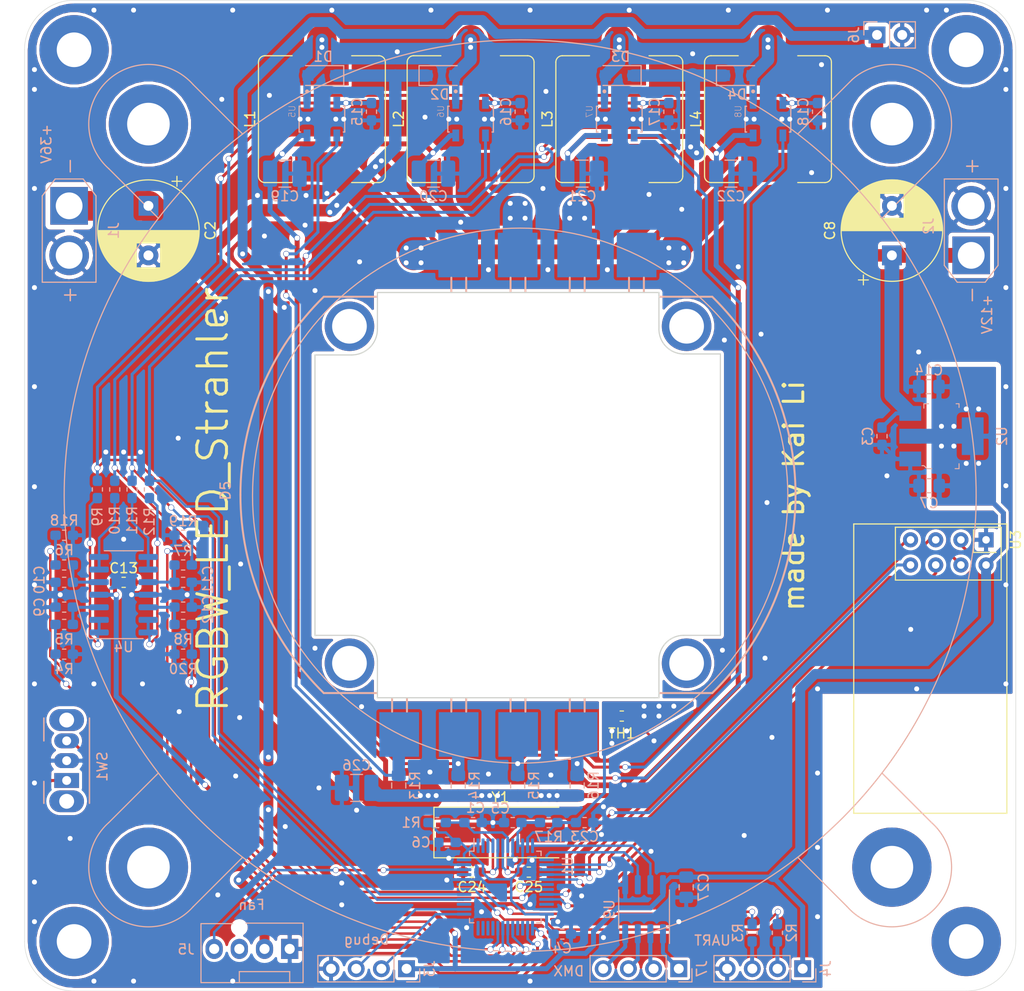
<source format=kicad_pcb>
(kicad_pcb (version 20171130) (host pcbnew "(5.1.4)-1")
  (layers (0 F.Cu signal) (31 B.Cu signal) (34 B.Paste user) (35 F.Paste user) (36 B.SilkS user) (37 F.SilkS user) (38 B.Mask user) (39 F.Mask user) (44 Edge.Cuts user))
  (net 0 "")
  (net 1 GND)
  (net 2 "Net-(C1-Pad1)")
  (net 3 +36V)
  (net 4 +12V)
  (net 5 +3V3)
  (net 6 "Net-(C9-Pad1)")
  (net 7 "Net-(C10-Pad1)")
  (net 8 "Net-(C11-Pad1)")
  (net 9 "Net-(C12-Pad1)")
  (net 10 LED_R_SLOW)
  (net 11 TEMP)
  (net 12 "Net-(D1-Pad2)")
  (net 13 "Net-(D2-Pad2)")
  (net 14 "Net-(D3-Pad2)")
  (net 15 "Net-(D4-Pad2)")
  (net 16 SWCLK)
  (net 17 SWDIO)
  (net 18 "Net-(J4-Pad3)")
  (net 19 "Net-(J4-Pad2)")
  (net 20 FAN_PWM)
  (net 21 "Net-(J5-Pad3)")
  (net 22 LED_R_K)
  (net 23 UART_TX)
  (net 24 UART_RX)
  (net 25 LED_R_FAST)
  (net 26 LED_G_FAST)
  (net 27 LED_B_FAST)
  (net 28 LED_W_FAST)
  (net 29 LED_G_SLOW)
  (net 30 LED_B_SLOW)
  (net 31 LED_W_SLOW)
  (net 32 LED_R_A)
  (net 33 "Net-(U1-Pad45)")
  (net 34 "Net-(U1-Pad39)")
  (net 35 "Net-(U1-Pad36)")
  (net 36 "Net-(U1-Pad35)")
  (net 37 "Net-(U1-Pad34)")
  (net 38 "Net-(U1-Pad33)")
  (net 39 "Net-(U1-Pad28)")
  (net 40 "Net-(U1-Pad27)")
  (net 41 "Net-(U1-Pad22)")
  (net 42 NRF_MOSI)
  (net 43 NRF_MISO)
  (net 44 NRF_SCK)
  (net 45 NRF_CSN)
  (net 46 NRF_CE)
  (net 47 NRF_IRQ)
  (net 48 "Net-(U1-Pad4)")
  (net 49 "Net-(U1-Pad3)")
  (net 50 "Net-(U1-Pad2)")
  (net 51 LED_W_K)
  (net 52 LED_W_A)
  (net 53 LED_B_K)
  (net 54 LED_B_A)
  (net 55 LED_G_K)
  (net 56 LED_G_A)
  (net 57 "Net-(C24-Pad1)")
  (net 58 "Net-(C25-Pad2)")
  (net 59 "Net-(J7-Pad4)")
  (net 60 "Net-(J7-Pad3)")
  (net 61 "Net-(J7-Pad2)")
  (net 62 "Net-(J7-Pad1)")
  (net 63 SW_2)
  (net 64 SW_1)
  (net 65 DMX_RX)
  (net 66 DMX_TX)
  (net 67 "Net-(R9-Pad1)")
  (net 68 "Net-(R10-Pad1)")
  (net 69 "Net-(R11-Pad1)")
  (net 70 "Net-(R12-Pad1)")
  (module Connector_AMASS:AMASS_XT30U-F_1x02_P5.0mm_Vertical (layer B.Cu) (at 195.5 75.75 90)
    (fp_text reference J2 (at 2.95 -4.3 90) (layer B.SilkS) (effects (justify mirror)))
    (fp_text value Screw_Terminal_01x02)
    (fp_text user - (at -4 0 90) (layer B.SilkS) (effects (font (size 1.5 1.5)) (justify mirror)))
    (fp_text user + (at 9 0 90) (layer B.SilkS) (effects (font (size 1.5 1.5)) (justify mirror)))
    (pad 2 thru_hole circle (at 5 0 90) (size 4 4) (drill 2.7) (layers *.Cu *.Mask) (net 1 GND))
    (pad 1 thru_hole rect (at 0 0 90) (size 3.8 3.8) (drill 2.7) (layers *.Cu *.Mask) (net 4 +12V))
  )
  (module Connector_AMASS:AMASS_XT30U-F_1x02_P5.0mm_Vertical (layer B.Cu) (at 104.5 70.75 270)
    (fp_text reference J1 (at 2.5 -4.5 90) (layer B.SilkS) (effects (justify mirror)))
    (fp_text value Screw_Terminal_01x02)
    (fp_text user - (at -4 0 90) (layer B.SilkS) (effects (font (size 1.5 1.5)) (justify mirror)))
    (fp_text user + (at 9 0 90) (layer B.SilkS) (effects (font (size 1.5 1.5)) (justify mirror)))
    (pad 2 thru_hole circle (at 5 0 270) (size 4 4) (drill 2.7) (layers *.Cu *.Mask) (net 1 GND))
    (pad 1 thru_hole rect (at 0 0 270) (size 3.8 3.8) (drill 2.7) (layers *.Cu *.Mask) (net 3 +36V))
  )
  (module AL8861Y-13:CONV_AL8861Y-13 (layer B.Cu) (at 130 62 270)
    (fp_text reference U5 (at -0.7744 3.0064 90) (layer B.SilkS) (effects (font (size 0.64 0.64) (thickness 0.05)) (justify mirror)))
    (fp_text value AL8861Y-13 hide)
    (pad 2 smd custom (at -1.65 0 270) (size 1.2 0.68) (layers B.Cu B.Paste B.Mask) (net 1 GND) (options (clearance outline) (anchor rect)) (primitives (gr_poly (pts (xy 0.6 0.34) (xy 0.6 0.8) (xy 3.65 0.8) (xy 3.65 -0.8) (xy 0.6 -0.8) (xy 0.6 -0.34) (xy -0.6 -0.34) (xy -0.6 0.34)) (width 0.001))))
    (pad 5 smd rect (at 1.65 1.5 270) (size 1.2 0.68) (layers B.Cu B.Paste B.Mask) (net 3 +36V))
    (pad 4 smd rect (at 1.65 -1.5 270) (size 1.2 0.68) (layers B.Cu B.Paste B.Mask) (net 32 LED_R_A))
    (pad 3 smd rect (at -1.65 -1.5 270) (size 1.2 0.68) (layers B.Cu B.Paste B.Mask) (net 10 LED_R_SLOW))
    (pad 1 smd rect (at -1.65 1.5 270) (size 1.2 0.68) (layers B.Cu B.Paste B.Mask) (net 12 "Net-(D1-Pad2)"))
  )
  (module Capacitor_SMD:C_1210_3225Metric_Pad1.42x2.65mm_HandSolder (layer B.Cu) (at 133.5 129.5 180)
    (fp_text reference C26 (at 0 2.28) (layer B.SilkS) (effects (justify mirror)))
    (fp_text value 10uF)
    (pad 2 smd roundrect (at 1.4875 0 180) (size 1.425 2.65) (layers B.Cu B.Paste B.Mask) (roundrect_rratio 0.175439) (net 1 GND))
    (pad 1 smd roundrect (at -1.4875 0 180) (size 1.425 2.65) (layers B.Cu B.Paste B.Mask) (roundrect_rratio 0.175439) (net 3 +36V))
  )
  (module Crystal:Crystal_SMD_HC49-SD (layer F.Cu) (at 148 134)
    (fp_text reference Y1 (at 0 -3.55) (layer F.SilkS))
    (fp_text value Crystal)
    (pad 2 smd rect (at 4.25 0) (size 4.5 2) (layers F.Cu F.Paste F.Mask) (net 58 "Net-(C25-Pad2)"))
    (pad 1 smd rect (at -4.25 0) (size 4.5 2) (layers F.Cu F.Paste F.Mask) (net 57 "Net-(C24-Pad1)"))
  )
  (module RGBW_COB_LED:50W_RGBW_COB_LED (layer F.Cu) (at 150 100)
    (fp_text reference D5 (at -29.724 -0.508 90) (layer B.SilkS))
    (fp_text value RGBW_COB_LED)
    (fp_arc (start -17 16.7) (end -14.4 16.7) (angle -90) (layer Edge.Cuts) (width 0.12))
    (fp_line (start 13.5 20.4) (end 14 20.4) (layer Edge.Cuts) (width 0.12))
    (fp_line (start 14 20.4) (end 14 16.6) (layer Edge.Cuts) (width 0.12))
    (fp_line (start 13.5 20.4) (end -14.4 20.4) (layer Edge.Cuts) (width 0.12))
    (fp_line (start -14.4 20.4) (end -14.4 16.7) (layer Edge.Cuts) (width 0.12))
    (fp_line (start -20.6 14.1) (end -17 14.1) (layer Edge.Cuts) (width 0.12))
    (fp_line (start -20.6 14.1) (end -20.7 14.1) (layer Edge.Cuts) (width 0.12))
    (fp_line (start -20.7 14.1) (end -20.7 -14.2) (layer Edge.Cuts) (width 0.12))
    (fp_line (start -20.7 -14.2) (end -17 -14.2) (layer Edge.Cuts) (width 0.12))
    (fp_line (start 20.2 14.1) (end 20.2 -14.3) (layer Edge.Cuts) (width 0.12))
    (fp_line (start 20.2 -14.3) (end 16.5 -14.3) (layer Edge.Cuts) (width 0.12))
    (fp_line (start 14 -20.5) (end 14 -16.8) (layer Edge.Cuts) (width 0.12))
    (fp_line (start 14 -20.5) (end -14.4 -20.5) (layer Edge.Cuts) (width 0.12))
    (fp_line (start -14.4 -20.5) (end -14.4 -16.8) (layer Edge.Cuts) (width 0.12))
    (fp_arc (start -17 -16.8) (end -17 -14.2) (angle -90) (layer Edge.Cuts) (width 0.12))
    (fp_line (start 20.2 14.1) (end 16.5 14.1) (layer Edge.Cuts) (width 0.12))
    (fp_arc (start 16.5 16.6) (end 16.5 14.1) (angle -90) (layer Edge.Cuts) (width 0.12))
    (fp_arc (start 16.5 -16.8) (end 14 -16.8) (angle -90) (layer Edge.Cuts) (width 0.12))
    (pad "" np_thru_hole circle (at -17.2212 -17.0942) (size 5 5) (drill 3.5) (layers *.Cu *.Mask))
    (pad "" np_thru_hole circle (at 16.7894 -17.0942) (size 5 5) (drill 3.5) (layers *.Cu *.Mask))
    (pad "" np_thru_hole circle (at 16.7894 16.9164) (size 5 5) (drill 3.5) (layers *.Cu *.Mask))
    (pad "" np_thru_hole circle (at -17.2212 16.9164) (size 5 5) (drill 3.5) (layers *.Cu *.Mask))
    (pad 8 smd rect (at 11.746 -24.286) (size 4 4.5) (layers B.Cu B.Paste B.Mask) (net 51 LED_W_K))
    (pad 4 smd rect (at 5.7968 24.1082) (size 4 4.5) (layers B.Cu B.Paste B.Mask) (net 52 LED_W_A))
    (pad 7 smd rect (at 5.746 -24.286) (size 4 4.5) (layers B.Cu B.Paste B.Mask) (net 53 LED_B_K))
    (pad 3 smd rect (at -0.2032 24.1082) (size 4 4.5) (layers B.Cu B.Paste B.Mask) (net 54 LED_B_A))
    (pad 6 smd rect (at -0.254 -24.286) (size 4 4.5) (layers B.Cu B.Paste B.Mask) (net 55 LED_G_K))
    (pad 2 smd rect (at -6.2032 24.1082) (size 4 4.5) (layers B.Cu B.Paste B.Mask) (net 56 LED_G_A))
    (pad 5 smd rect (at -6.254 -24.286) (size 4 4.5) (layers B.Cu B.Paste B.Mask) (net 22 LED_R_K))
    (pad 1 smd rect (at -12.2032 24.1082) (size 4 4.5) (layers B.Cu B.Paste B.Mask) (net 32 LED_R_A))
  )
  (module Connector_PinHeader_2.54mm:PinHeader_1x04_P2.54mm_Vertical (layer B.Cu) (at 166 147.75 90)
    (fp_text reference J7 (at 0 2.33 90) (layer B.SilkS) (effects (justify mirror)))
    (fp_text value Conn_01x04_Male)
    (pad 4 thru_hole oval (at 0 -7.62 90) (size 1.7 1.7) (drill 1) (layers *.Cu *.Mask) (net 59 "Net-(J7-Pad4)"))
    (pad 3 thru_hole oval (at 0 -5.08 90) (size 1.7 1.7) (drill 1) (layers *.Cu *.Mask) (net 60 "Net-(J7-Pad3)"))
    (pad 2 thru_hole oval (at 0 -2.54 90) (size 1.7 1.7) (drill 1) (layers *.Cu *.Mask) (net 61 "Net-(J7-Pad2)"))
    (pad 1 thru_hole rect (at 0 0 90) (size 1.7 1.7) (drill 1) (layers *.Cu *.Mask) (net 62 "Net-(J7-Pad1)"))
  )
  (module Arctic_Alpine_12_LP:Arctic_Alpine_12_LP (layer B.Cu) (at 150 100 90)
    (fp_text reference "" hide)
    (fp_text value Arctic_Alpine_12_LP hide)
    (pad "" np_thru_hole circle (at 37.5 -37.5 90) (size 8 8) (drill 4.3) (layers *.Cu *.Mask))
    (pad "" np_thru_hole circle (at -37.5 -37.5 90) (size 8 8) (drill 4.3) (layers *.Cu *.Mask))
    (pad "" np_thru_hole circle (at -37.5 37.5 90) (size 8 8) (drill 4.3) (layers *.Cu *.Mask))
    (pad "" np_thru_hole circle (at 37.5 37.5 90) (size 8 8) (drill 4.3) (layers *.Cu *.Mask))
  )
  (module MountingHole:MountingHole_3.5mm_Pad (layer F.Cu) (at 105 55)
    (fp_text reference REF** hide)
    (fp_text value MountingHole_3.5mm_Pad hide)
    (pad 1 thru_hole circle (at 0 0) (size 7 7) (drill 3.5) (layers *.Cu *.Mask))
  )
  (module MountingHole:MountingHole_3.5mm_Pad (layer F.Cu) (at 195 55)
    (fp_text reference REF** hide)
    (fp_text value MountingHole_3.5mm_Pad hide)
    (pad 1 thru_hole circle (at 0 0) (size 7 7) (drill 3.5) (layers *.Cu *.Mask))
  )
  (module MountingHole:MountingHole_3.5mm_Pad (layer F.Cu) (at 195 145)
    (fp_text reference REF** hide)
    (fp_text value MountingHole_3.5mm_Pad hide)
    (pad 1 thru_hole circle (at 0 0) (size 7 7) (drill 3.5) (layers *.Cu *.Mask))
  )
  (module MountingHole:MountingHole_3.5mm_Pad (layer F.Cu) (at 105 145)
    (fp_text reference REF** hide)
    (fp_text value MountingHole_3.5mm_Pad hide)
    (pad 1 thru_hole circle (at 0 0) (size 7 7) (drill 3.5) (layers *.Cu *.Mask))
  )
  (module Package_SO:SOIC-14_3.9x8.7mm_P1.27mm (layer B.Cu) (at 110 110)
    (fp_text reference U4 (at 0 5.28) (layer B.SilkS) (effects (justify mirror)))
    (fp_text value TLV9004IDR)
    (pad 14 smd roundrect (at 2.475 3.81) (size 1.95 0.6) (layers B.Cu B.Paste B.Mask) (net 70 "Net-(R12-Pad1)"))
    (pad 13 smd roundrect (at 2.475 2.54) (size 1.95 0.6) (layers B.Cu B.Paste B.Mask) (net 70 "Net-(R12-Pad1)"))
    (pad 12 smd roundrect (at 2.475 1.27) (size 1.95 0.6) (layers B.Cu B.Paste B.Mask) (net 9 "Net-(C12-Pad1)"))
    (pad 11 smd roundrect (at 2.475 0) (size 1.95 0.6) (layers B.Cu B.Paste B.Mask) (net 1 GND))
    (pad 10 smd roundrect (at 2.475 -1.27) (size 1.95 0.6) (layers B.Cu B.Paste B.Mask) (net 8 "Net-(C11-Pad1)"))
    (pad 9 smd roundrect (at 2.475 -2.54) (size 1.95 0.6) (layers B.Cu B.Paste B.Mask) (net 69 "Net-(R11-Pad1)"))
    (pad 8 smd roundrect (at 2.475 -3.81) (size 1.95 0.6) (layers B.Cu B.Paste B.Mask) (net 69 "Net-(R11-Pad1)"))
    (pad 7 smd roundrect (at -2.475 -3.81) (size 1.95 0.6) (layers B.Cu B.Paste B.Mask) (net 68 "Net-(R10-Pad1)"))
    (pad 6 smd roundrect (at -2.475 -2.54) (size 1.95 0.6) (layers B.Cu B.Paste B.Mask) (net 68 "Net-(R10-Pad1)"))
    (pad 5 smd roundrect (at -2.475 -1.27) (size 1.95 0.6) (layers B.Cu B.Paste B.Mask) (net 7 "Net-(C10-Pad1)"))
    (pad 4 smd roundrect (at -2.475 0) (size 1.95 0.6) (layers B.Cu B.Paste B.Mask) (net 5 +3V3))
    (pad 3 smd roundrect (at -2.475 1.27) (size 1.95 0.6) (layers B.Cu B.Paste B.Mask) (net 6 "Net-(C9-Pad1)"))
    (pad 2 smd roundrect (at -2.475 2.54) (size 1.95 0.6) (layers B.Cu B.Paste B.Mask) (net 67 "Net-(R9-Pad1)"))
    (pad 1 smd roundrect (at -2.475 3.81) (size 1.95 0.6) (layers B.Cu B.Paste B.Mask) (net 67 "Net-(R9-Pad1)"))
  )
  (module Package_SO:SOIC-8_3.9x4.9mm_P1.27mm (layer B.Cu) (at 162.5 141.75 90)
    (fp_text reference U9 (at 0 -3.5 90) (layer B.SilkS) (effects (justify mirror)))
    (fp_text value SN65HVD75DR)
    (pad 8 smd roundrect (at 2.475 1.905 90) (size 1.95 0.6) (layers B.Cu B.Paste B.Mask) (net 5 +3V3))
    (pad 7 smd roundrect (at 2.475 0.635 90) (size 1.95 0.6) (layers B.Cu B.Paste B.Mask) (net 66 DMX_TX))
    (pad 6 smd roundrect (at 2.475 -0.635 90) (size 1.95 0.6) (layers B.Cu B.Paste B.Mask) (net 65 DMX_RX))
    (pad 5 smd roundrect (at 2.475 -1.905 90) (size 1.95 0.6) (layers B.Cu B.Paste B.Mask) (net 1 GND))
    (pad 4 smd roundrect (at -2.475 -1.905 90) (size 1.95 0.6) (layers B.Cu B.Paste B.Mask) (net 59 "Net-(J7-Pad4)"))
    (pad 3 smd roundrect (at -2.475 -0.635 90) (size 1.95 0.6) (layers B.Cu B.Paste B.Mask) (net 60 "Net-(J7-Pad3)"))
    (pad 2 smd roundrect (at -2.475 0.635 90) (size 1.95 0.6) (layers B.Cu B.Paste B.Mask) (net 61 "Net-(J7-Pad2)"))
    (pad 1 smd roundrect (at -2.475 1.905 90) (size 1.95 0.6) (layers B.Cu B.Paste B.Mask) (net 62 "Net-(J7-Pad1)"))
  )
  (module Button_Switch_THT:SW_CuK_OS102011MA1QN1_SPDT_Angled (layer B.Cu) (at 104.25 128.75 90)
    (fp_text reference SW1 (at 1.4 3.6 90) (layer B.SilkS) (effects (justify mirror)))
    (fp_text value SW_SPDT)
    (pad "" thru_hole oval (at 6.1 0 90) (size 2.2 3.5) (drill 1.5) (layers *.Cu *.Mask))
    (pad "" thru_hole oval (at -2.1 0 90) (size 2.2 3.5) (drill 1.5) (layers *.Cu *.Mask))
    (pad 3 thru_hole oval (at 4 0 90) (size 1.5 2.5) (drill 0.9) (layers *.Cu *.Mask) (net 63 SW_2))
    (pad 2 thru_hole oval (at 2 0 90) (size 1.5 2.5) (drill 0.9) (layers *.Cu *.Mask) (net 1 GND))
    (pad 1 thru_hole rect (at 0 0 90) (size 1.5 2.5) (drill 0.9) (layers *.Cu *.Mask) (net 64 SW_1))
  )
  (module Capacitor_SMD:C_0805_2012Metric_Pad1.15x1.40mm_HandSolder (layer B.Cu) (at 166.75 139.525 270)
    (fp_text reference C27 (at 0 -1.75 270) (layer B.SilkS) (effects (justify mirror)))
    (fp_text value 1uF)
    (pad 2 smd roundrect (at 1.025 0 270) (size 1.15 1.4) (layers B.Cu B.Paste B.Mask) (roundrect_rratio 0.217391) (net 1 GND))
    (pad 1 smd roundrect (at -1.025 0 270) (size 1.15 1.4) (layers B.Cu B.Paste B.Mask) (roundrect_rratio 0.217391) (net 5 +3V3))
  )
  (module Capacitor_SMD:C_0603_1608Metric_Pad1.05x0.95mm_HandSolder (layer F.Cu) (at 150.875 138 180)
    (fp_text reference C25 (at 0 -1.5) (layer F.SilkS))
    (fp_text value 16pF)
    (pad 2 smd roundrect (at 0.875 0 180) (size 1.05 0.95) (layers F.Cu F.Paste F.Mask) (net 58 "Net-(C25-Pad2)"))
    (pad 1 smd roundrect (at -0.875 0 180) (size 1.05 0.95) (layers F.Cu F.Paste F.Mask) (net 1 GND))
  )
  (module Capacitor_SMD:C_0603_1608Metric_Pad1.05x0.95mm_HandSolder (layer F.Cu) (at 145.125 138 180)
    (fp_text reference C24 (at 0 -1.5) (layer F.SilkS))
    (fp_text value 16pF)
    (pad 2 smd roundrect (at 0.875 0 180) (size 1.05 0.95) (layers F.Cu F.Paste F.Mask) (net 1 GND))
    (pad 1 smd roundrect (at -0.875 0 180) (size 1.05 0.95) (layers F.Cu F.Paste F.Mask) (net 57 "Net-(C24-Pad1)"))
  )
  (module AL8861Y-13:CONV_AL8861Y-13 (layer B.Cu) (at 175 62 270)
    (fp_text reference U8 (at -0.7744 3.0064 90) (layer B.SilkS) (effects (font (size 0.64 0.64) (thickness 0.05)) (justify mirror)))
    (fp_text value AL8861Y-13 hide)
    (pad 2 smd custom (at -1.65 0 270) (size 1.2 0.68) (layers B.Cu B.Paste B.Mask) (net 1 GND) (options (clearance outline) (anchor rect)) (primitives (gr_poly (pts (xy 0.6 0.34) (xy 0.6 0.8) (xy 3.65 0.8) (xy 3.65 -0.8) (xy 0.6 -0.8) (xy 0.6 -0.34) (xy -0.6 -0.34) (xy -0.6 0.34)) (width 0.001))))
    (pad 5 smd rect (at 1.65 1.5 270) (size 1.2 0.68) (layers B.Cu B.Paste B.Mask) (net 3 +36V))
    (pad 4 smd rect (at 1.65 -1.5 270) (size 1.2 0.68) (layers B.Cu B.Paste B.Mask) (net 52 LED_W_A))
    (pad 3 smd rect (at -1.65 -1.5 270) (size 1.2 0.68) (layers B.Cu B.Paste B.Mask) (net 31 LED_W_SLOW))
    (pad 1 smd rect (at -1.65 1.5 270) (size 1.2 0.68) (layers B.Cu B.Paste B.Mask) (net 15 "Net-(D4-Pad2)"))
  )
  (module AL8861Y-13:CONV_AL8861Y-13 (layer B.Cu) (at 160 62 270)
    (fp_text reference U7 (at -0.7744 3.0064 90) (layer B.SilkS) (effects (font (size 0.64 0.64) (thickness 0.05)) (justify mirror)))
    (fp_text value AL8861Y-13 hide)
    (pad 2 smd custom (at -1.65 0 270) (size 1.2 0.68) (layers B.Cu B.Paste B.Mask) (net 1 GND) (options (clearance outline) (anchor rect)) (primitives (gr_poly (pts (xy 0.6 0.34) (xy 0.6 0.8) (xy 3.65 0.8) (xy 3.65 -0.8) (xy 0.6 -0.8) (xy 0.6 -0.34) (xy -0.6 -0.34) (xy -0.6 0.34)) (width 0.001))))
    (pad 5 smd rect (at 1.65 1.5 270) (size 1.2 0.68) (layers B.Cu B.Paste B.Mask) (net 3 +36V))
    (pad 4 smd rect (at 1.65 -1.5 270) (size 1.2 0.68) (layers B.Cu B.Paste B.Mask) (net 54 LED_B_A))
    (pad 3 smd rect (at -1.65 -1.5 270) (size 1.2 0.68) (layers B.Cu B.Paste B.Mask) (net 30 LED_B_SLOW))
    (pad 1 smd rect (at -1.65 1.5 270) (size 1.2 0.68) (layers B.Cu B.Paste B.Mask) (net 14 "Net-(D3-Pad2)"))
  )
  (module AL8861Y-13:CONV_AL8861Y-13 (layer B.Cu) (at 145 62 270)
    (fp_text reference U6 (at -0.7744 3.0064 90) (layer B.SilkS) (effects (font (size 0.64 0.64) (thickness 0.05)) (justify mirror)))
    (fp_text value AL8861Y-13 hide)
    (pad 2 smd custom (at -1.65 0 270) (size 1.2 0.68) (layers B.Cu B.Paste B.Mask) (net 1 GND) (options (clearance outline) (anchor rect)) (primitives (gr_poly (pts (xy 0.6 0.34) (xy 0.6 0.8) (xy 3.65 0.8) (xy 3.65 -0.8) (xy 0.6 -0.8) (xy 0.6 -0.34) (xy -0.6 -0.34) (xy -0.6 0.34)) (width 0.001))))
    (pad 5 smd rect (at 1.65 1.5 270) (size 1.2 0.68) (layers B.Cu B.Paste B.Mask) (net 3 +36V))
    (pad 4 smd rect (at 1.65 -1.5 270) (size 1.2 0.68) (layers B.Cu B.Paste B.Mask) (net 56 LED_G_A))
    (pad 3 smd rect (at -1.65 -1.5 270) (size 1.2 0.68) (layers B.Cu B.Paste B.Mask) (net 29 LED_G_SLOW))
    (pad 1 smd rect (at -1.65 1.5 270) (size 1.2 0.68) (layers B.Cu B.Paste B.Mask) (net 13 "Net-(D2-Pad2)"))
  )
  (module RF_Module:nRF24L01_Breakout (layer F.Cu) (at 197 104.46 270)
    (fp_text reference U3 (at 0 -3 90) (layer F.SilkS))
    (fp_text value NRF24L01_Breakout)
    (pad 8 thru_hole circle (at 2.54 7.62 270) (size 1.524 1.524) (drill 0.762) (layers *.Cu *.Mask) (net 47 NRF_IRQ))
    (pad 7 thru_hole circle (at 0 7.62 270) (size 1.524 1.524) (drill 0.762) (layers *.Cu *.Mask) (net 43 NRF_MISO))
    (pad 6 thru_hole circle (at 2.54 5.08 270) (size 1.524 1.524) (drill 0.762) (layers *.Cu *.Mask) (net 42 NRF_MOSI))
    (pad 5 thru_hole circle (at 0 5.08 270) (size 1.524 1.524) (drill 0.762) (layers *.Cu *.Mask) (net 44 NRF_SCK))
    (pad 4 thru_hole circle (at 2.54 2.54 270) (size 1.524 1.524) (drill 0.762) (layers *.Cu *.Mask) (net 45 NRF_CSN))
    (pad 3 thru_hole circle (at 0 2.54 270) (size 1.524 1.524) (drill 0.762) (layers *.Cu *.Mask) (net 46 NRF_CE))
    (pad 2 thru_hole circle (at 2.54 0 270) (size 1.524 1.524) (drill 0.762) (layers *.Cu *.Mask) (net 5 +3V3))
    (pad 1 thru_hole rect (at 0 0 270) (size 1.524 1.524) (drill 0.762) (layers *.Cu *.Mask) (net 1 GND))
  )
  (module digikey-footprints:SOT-223 (layer B.Cu) (at 192.5 94 90)
    (fp_text reference U2 (at 0 6.1 90) (layer B.SilkS) (effects (justify mirror)))
    (fp_text value NCP1117ST33T3G)
    (pad 4 smd rect (at 0 3.15 90) (size 3.8 2.2) (layers B.Cu B.Paste B.Mask) (net 5 +3V3))
    (pad 1 smd rect (at -2.3 -3.15 90) (size 1.5 2.2) (layers B.Cu B.Paste B.Mask) (net 1 GND))
    (pad 2 smd rect (at 0 -3.15 90) (size 1.5 2.2) (layers B.Cu B.Paste B.Mask) (net 5 +3V3))
    (pad 3 smd rect (at 2.3 -3.15 90) (size 1.5 2.2) (layers B.Cu B.Paste B.Mask) (net 4 +12V))
  )
  (module Package_QFP:LQFP-48_7x7mm_P0.5mm (layer B.Cu) (at 148.5 139.5 270)
    (fp_text reference U1 (at -2.1 -6.3 90) (layer B.SilkS) (effects (justify mirror)))
    (fp_text value STM32F030C8Tx)
    (pad 48 smd roundrect (at -2.75 4.1625 270) (size 0.3 1.475) (layers B.Cu B.Paste B.Mask) (net 5 +3V3))
    (pad 47 smd roundrect (at -2.25 4.1625 270) (size 0.3 1.475) (layers B.Cu B.Paste B.Mask) (net 1 GND))
    (pad 46 smd roundrect (at -1.75 4.1625 270) (size 0.3 1.475) (layers B.Cu B.Paste B.Mask) (net 20 FAN_PWM))
    (pad 45 smd roundrect (at -1.25 4.1625 270) (size 0.3 1.475) (layers B.Cu B.Paste B.Mask) (net 33 "Net-(U1-Pad45)"))
    (pad 44 smd roundrect (at -0.75 4.1625 270) (size 0.3 1.475) (layers B.Cu B.Paste B.Mask) (net 1 GND))
    (pad 43 smd roundrect (at -0.25 4.1625 270) (size 0.3 1.475) (layers B.Cu B.Paste B.Mask) (net 24 UART_RX))
    (pad 42 smd roundrect (at 0.25 4.1625 270) (size 0.3 1.475) (layers B.Cu B.Paste B.Mask) (net 23 UART_TX))
    (pad 41 smd roundrect (at 0.75 4.1625 270) (size 0.3 1.475) (layers B.Cu B.Paste B.Mask) (net 31 LED_W_SLOW))
    (pad 40 smd roundrect (at 1.25 4.1625 270) (size 0.3 1.475) (layers B.Cu B.Paste B.Mask) (net 30 LED_B_SLOW))
    (pad 39 smd roundrect (at 1.75 4.1625 270) (size 0.3 1.475) (layers B.Cu B.Paste B.Mask) (net 34 "Net-(U1-Pad39)"))
    (pad 38 smd roundrect (at 2.25 4.1625 270) (size 0.3 1.475) (layers B.Cu B.Paste B.Mask) (net 16 SWCLK))
    (pad 37 smd roundrect (at 2.75 4.1625 270) (size 0.3 1.475) (layers B.Cu B.Paste B.Mask) (net 17 SWDIO))
    (pad 36 smd roundrect (at 4.1625 2.75 270) (size 1.475 0.3) (layers B.Cu B.Paste B.Mask) (net 35 "Net-(U1-Pad36)"))
    (pad 35 smd roundrect (at 4.1625 2.25 270) (size 1.475 0.3) (layers B.Cu B.Paste B.Mask) (net 36 "Net-(U1-Pad35)"))
    (pad 34 smd roundrect (at 4.1625 1.75 270) (size 1.475 0.3) (layers B.Cu B.Paste B.Mask) (net 37 "Net-(U1-Pad34)"))
    (pad 33 smd roundrect (at 4.1625 1.25 270) (size 1.475 0.3) (layers B.Cu B.Paste B.Mask) (net 38 "Net-(U1-Pad33)"))
    (pad 32 smd roundrect (at 4.1625 0.75 270) (size 1.475 0.3) (layers B.Cu B.Paste B.Mask) (net 28 LED_W_FAST))
    (pad 31 smd roundrect (at 4.1625 0.25 270) (size 1.475 0.3) (layers B.Cu B.Paste B.Mask) (net 27 LED_B_FAST))
    (pad 30 smd roundrect (at 4.1625 -0.25 270) (size 1.475 0.3) (layers B.Cu B.Paste B.Mask) (net 26 LED_G_FAST))
    (pad 29 smd roundrect (at 4.1625 -0.75 270) (size 1.475 0.3) (layers B.Cu B.Paste B.Mask) (net 25 LED_R_FAST))
    (pad 28 smd roundrect (at 4.1625 -1.25 270) (size 1.475 0.3) (layers B.Cu B.Paste B.Mask) (net 39 "Net-(U1-Pad28)"))
    (pad 27 smd roundrect (at 4.1625 -1.75 270) (size 1.475 0.3) (layers B.Cu B.Paste B.Mask) (net 40 "Net-(U1-Pad27)"))
    (pad 26 smd roundrect (at 4.1625 -2.25 270) (size 1.475 0.3) (layers B.Cu B.Paste B.Mask) (net 63 SW_2))
    (pad 25 smd roundrect (at 4.1625 -2.75 270) (size 1.475 0.3) (layers B.Cu B.Paste B.Mask) (net 64 SW_1))
    (pad 24 smd roundrect (at 2.75 -4.1625 270) (size 0.3 1.475) (layers B.Cu B.Paste B.Mask) (net 5 +3V3))
    (pad 23 smd roundrect (at 2.25 -4.1625 270) (size 0.3 1.475) (layers B.Cu B.Paste B.Mask) (net 1 GND))
    (pad 22 smd roundrect (at 1.75 -4.1625 270) (size 0.3 1.475) (layers B.Cu B.Paste B.Mask) (net 41 "Net-(U1-Pad22)"))
    (pad 21 smd roundrect (at 1.25 -4.1625 270) (size 0.3 1.475) (layers B.Cu B.Paste B.Mask) (net 46 NRF_CE))
    (pad 20 smd roundrect (at 0.75 -4.1625 270) (size 0.3 1.475) (layers B.Cu B.Paste B.Mask) (net 47 NRF_IRQ))
    (pad 19 smd roundrect (at 0.25 -4.1625 270) (size 0.3 1.475) (layers B.Cu B.Paste B.Mask) (net 29 LED_G_SLOW))
    (pad 18 smd roundrect (at -0.25 -4.1625 270) (size 0.3 1.475) (layers B.Cu B.Paste B.Mask) (net 10 LED_R_SLOW))
    (pad 17 smd roundrect (at -0.75 -4.1625 270) (size 0.3 1.475) (layers B.Cu B.Paste B.Mask) (net 42 NRF_MOSI))
    (pad 16 smd roundrect (at -1.25 -4.1625 270) (size 0.3 1.475) (layers B.Cu B.Paste B.Mask) (net 43 NRF_MISO))
    (pad 15 smd roundrect (at -1.75 -4.1625 270) (size 0.3 1.475) (layers B.Cu B.Paste B.Mask) (net 44 NRF_SCK))
    (pad 14 smd roundrect (at -2.25 -4.1625 270) (size 0.3 1.475) (layers B.Cu B.Paste B.Mask) (net 45 NRF_CSN))
    (pad 13 smd roundrect (at -2.75 -4.1625 270) (size 0.3 1.475) (layers B.Cu B.Paste B.Mask) (net 65 DMX_RX))
    (pad 12 smd roundrect (at -4.1625 -2.75 270) (size 1.475 0.3) (layers B.Cu B.Paste B.Mask) (net 66 DMX_TX))
    (pad 11 smd roundrect (at -4.1625 -2.25 270) (size 1.475 0.3) (layers B.Cu B.Paste B.Mask) (net 11 TEMP))
    (pad 10 smd roundrect (at -4.1625 -1.75 270) (size 1.475 0.3) (layers B.Cu B.Paste B.Mask) (net 5 +3V3))
    (pad 9 smd roundrect (at -4.1625 -1.25 270) (size 1.475 0.3) (layers B.Cu B.Paste B.Mask) (net 5 +3V3))
    (pad 8 smd roundrect (at -4.1625 -0.75 270) (size 1.475 0.3) (layers B.Cu B.Paste B.Mask) (net 1 GND))
    (pad 7 smd roundrect (at -4.1625 -0.25 270) (size 1.475 0.3) (layers B.Cu B.Paste B.Mask) (net 2 "Net-(C1-Pad1)"))
    (pad 6 smd roundrect (at -4.1625 0.25 270) (size 1.475 0.3) (layers B.Cu B.Paste B.Mask) (net 58 "Net-(C25-Pad2)"))
    (pad 5 smd roundrect (at -4.1625 0.75 270) (size 1.475 0.3) (layers B.Cu B.Paste B.Mask) (net 57 "Net-(C24-Pad1)"))
    (pad 4 smd roundrect (at -4.1625 1.25 270) (size 1.475 0.3) (layers B.Cu B.Paste B.Mask) (net 48 "Net-(U1-Pad4)"))
    (pad 3 smd roundrect (at -4.1625 1.75 270) (size 1.475 0.3) (layers B.Cu B.Paste B.Mask) (net 49 "Net-(U1-Pad3)"))
    (pad 2 smd roundrect (at -4.1625 2.25 270) (size 1.475 0.3) (layers B.Cu B.Paste B.Mask) (net 50 "Net-(U1-Pad2)"))
    (pad 1 smd roundrect (at -4.1625 2.75 270) (size 1.475 0.3) (layers B.Cu B.Paste B.Mask) (net 5 +3V3))
  )
  (module Resistor_SMD:R_0603_1608Metric_Pad1.05x0.95mm_HandSolder (layer F.Cu) (at 160.25 122.25)
    (fp_text reference TH1 (at 0 1.75) (layer F.SilkS))
    (fp_text value 4.7k)
    (pad 2 smd roundrect (at 0.875 0) (size 1.05 0.95) (layers F.Cu F.Paste F.Mask) (net 1 GND))
    (pad 1 smd roundrect (at -0.875 0) (size 1.05 0.95) (layers F.Cu F.Paste F.Mask) (net 11 TEMP))
  )
  (module Resistor_SMD:R_0603_1608Metric_Pad1.05x0.95mm_HandSolder (layer B.Cu) (at 116 116 180)
    (fp_text reference R20 (at 0 -1.5) (layer B.SilkS) (effects (justify mirror)))
    (fp_text value 100k)
    (pad 2 smd roundrect (at 0.875 0 180) (size 1.05 0.95) (layers B.Cu B.Paste B.Mask) (net 1 GND))
    (pad 1 smd roundrect (at -0.875 0 180) (size 1.05 0.95) (layers B.Cu B.Paste B.Mask) (net 28 LED_W_FAST))
  )
  (module Resistor_SMD:R_0603_1608Metric_Pad1.05x0.95mm_HandSolder (layer B.Cu) (at 116 104 180)
    (fp_text reference R19 (at 0 1.43) (layer B.SilkS) (effects (justify mirror)))
    (fp_text value 100k)
    (pad 2 smd roundrect (at 0.875 0 180) (size 1.05 0.95) (layers B.Cu B.Paste B.Mask) (net 1 GND))
    (pad 1 smd roundrect (at -0.875 0 180) (size 1.05 0.95) (layers B.Cu B.Paste B.Mask) (net 27 LED_B_FAST))
  )
  (module Resistor_SMD:R_0603_1608Metric_Pad1.05x0.95mm_HandSolder (layer B.Cu) (at 104 104)
    (fp_text reference R18 (at 0 -1.5) (layer B.SilkS) (effects (justify mirror)))
    (fp_text value 100k)
    (pad 2 smd roundrect (at 0.875 0) (size 1.05 0.95) (layers B.Cu B.Paste B.Mask) (net 1 GND))
    (pad 1 smd roundrect (at -0.875 0) (size 1.05 0.95) (layers B.Cu B.Paste B.Mask) (net 26 LED_G_FAST))
  )
  (module Resistor_SMD:R_0603_1608Metric_Pad1.05x0.95mm_HandSolder (layer B.Cu) (at 152.875 133)
    (fp_text reference R17 (at 0 1.43) (layer B.SilkS) (effects (justify mirror)))
    (fp_text value 4.7k)
    (pad 2 smd roundrect (at 0.875 0) (size 1.05 0.95) (layers B.Cu B.Paste B.Mask) (net 11 TEMP))
    (pad 1 smd roundrect (at -0.875 0) (size 1.05 0.95) (layers B.Cu B.Paste B.Mask) (net 5 +3V3))
  )
  (module Resistor_SMD:R_0805_2012Metric_Pad1.15x1.40mm_HandSolder (layer B.Cu) (at 155.75 129.25 90)
    (fp_text reference R16 (at 0 1.65 90) (layer B.SilkS) (effects (justify mirror)))
    (fp_text value 0.1)
    (pad 2 smd roundrect (at 1.025 0 90) (size 1.15 1.4) (layers B.Cu B.Paste B.Mask) (roundrect_rratio 0.217391) (net 52 LED_W_A))
    (pad 1 smd roundrect (at -1.025 0 90) (size 1.15 1.4) (layers B.Cu B.Paste B.Mask) (roundrect_rratio 0.217391) (net 3 +36V))
  )
  (module Resistor_SMD:R_0805_2012Metric_Pad1.15x1.40mm_HandSolder (layer B.Cu) (at 149.75 129.25 90)
    (fp_text reference R15 (at 0 1.65 90) (layer B.SilkS) (effects (justify mirror)))
    (fp_text value 0.1)
    (pad 2 smd roundrect (at 1.025 0 90) (size 1.15 1.4) (layers B.Cu B.Paste B.Mask) (roundrect_rratio 0.217391) (net 54 LED_B_A))
    (pad 1 smd roundrect (at -1.025 0 90) (size 1.15 1.4) (layers B.Cu B.Paste B.Mask) (roundrect_rratio 0.217391) (net 3 +36V))
  )
  (module Resistor_SMD:R_0805_2012Metric_Pad1.15x1.40mm_HandSolder (layer B.Cu) (at 143.75 129.25 90)
    (fp_text reference R14 (at 0 1.65 90) (layer B.SilkS) (effects (justify mirror)))
    (fp_text value 0.1)
    (pad 2 smd roundrect (at 1.025 0 90) (size 1.15 1.4) (layers B.Cu B.Paste B.Mask) (roundrect_rratio 0.217391) (net 56 LED_G_A))
    (pad 1 smd roundrect (at -1.025 0 90) (size 1.15 1.4) (layers B.Cu B.Paste B.Mask) (roundrect_rratio 0.217391) (net 3 +36V))
  )
  (module Resistor_SMD:R_0805_2012Metric_Pad1.15x1.40mm_HandSolder (layer B.Cu) (at 137.75 129.25 90)
    (fp_text reference R13 (at 0 1.65 90) (layer B.SilkS) (effects (justify mirror)))
    (fp_text value 0.1)
    (pad 2 smd roundrect (at 1.025 0 90) (size 1.15 1.4) (layers B.Cu B.Paste B.Mask) (roundrect_rratio 0.217391) (net 32 LED_R_A))
    (pad 1 smd roundrect (at -1.025 0 90) (size 1.15 1.4) (layers B.Cu B.Paste B.Mask) (roundrect_rratio 0.217391) (net 3 +36V))
  )
  (module Resistor_SMD:R_0603_1608Metric_Pad1.05x0.95mm_HandSolder (layer B.Cu) (at 112.6 99.375 90)
    (fp_text reference R12 (at -3.25 0 90) (layer B.SilkS) (effects (justify mirror)))
    (fp_text value 1k)
    (pad 2 smd roundrect (at 0.875 0 90) (size 1.05 0.95) (layers B.Cu B.Paste B.Mask) (net 31 LED_W_SLOW))
    (pad 1 smd roundrect (at -0.875 0 90) (size 1.05 0.95) (layers B.Cu B.Paste B.Mask) (net 70 "Net-(R12-Pad1)"))
  )
  (module Resistor_SMD:R_0603_1608Metric_Pad1.05x0.95mm_HandSolder (layer B.Cu) (at 110.85 99.375 90)
    (fp_text reference R11 (at -3.125 0 90) (layer B.SilkS) (effects (justify mirror)))
    (fp_text value 1k)
    (pad 2 smd roundrect (at 0.875 0 90) (size 1.05 0.95) (layers B.Cu B.Paste B.Mask) (net 30 LED_B_SLOW))
    (pad 1 smd roundrect (at -0.875 0 90) (size 1.05 0.95) (layers B.Cu B.Paste B.Mask) (net 69 "Net-(R11-Pad1)"))
  )
  (module Resistor_SMD:R_0603_1608Metric_Pad1.05x0.95mm_HandSolder (layer B.Cu) (at 109.1 99.375 90)
    (fp_text reference R10 (at -3.125 0 90) (layer B.SilkS) (effects (justify mirror)))
    (fp_text value 1k)
    (pad 2 smd roundrect (at 0.875 0 90) (size 1.05 0.95) (layers B.Cu B.Paste B.Mask) (net 29 LED_G_SLOW))
    (pad 1 smd roundrect (at -0.875 0 90) (size 1.05 0.95) (layers B.Cu B.Paste B.Mask) (net 68 "Net-(R10-Pad1)"))
  )
  (module Resistor_SMD:R_0603_1608Metric_Pad1.05x0.95mm_HandSolder (layer B.Cu) (at 107.35 99.375 90)
    (fp_text reference R9 (at -2.75 0 90) (layer B.SilkS) (effects (justify mirror)))
    (fp_text value 1k)
    (pad 2 smd roundrect (at 0.875 0 90) (size 1.05 0.95) (layers B.Cu B.Paste B.Mask) (net 10 LED_R_SLOW))
    (pad 1 smd roundrect (at -0.875 0 90) (size 1.05 0.95) (layers B.Cu B.Paste B.Mask) (net 67 "Net-(R9-Pad1)"))
  )
  (module Resistor_SMD:R_0603_1608Metric_Pad1.05x0.95mm_HandSolder (layer B.Cu) (at 116 113 180)
    (fp_text reference R8 (at 0 -1.5) (layer B.SilkS) (effects (justify mirror)))
    (fp_text value 10k)
    (pad 2 smd roundrect (at 0.875 0 180) (size 1.05 0.95) (layers B.Cu B.Paste B.Mask) (net 9 "Net-(C12-Pad1)"))
    (pad 1 smd roundrect (at -0.875 0 180) (size 1.05 0.95) (layers B.Cu B.Paste B.Mask) (net 28 LED_W_FAST))
  )
  (module Resistor_SMD:R_0603_1608Metric_Pad1.05x0.95mm_HandSolder (layer B.Cu) (at 116 107 180)
    (fp_text reference R7 (at 0 1.43) (layer B.SilkS) (effects (justify mirror)))
    (fp_text value 10k)
    (pad 2 smd roundrect (at 0.875 0 180) (size 1.05 0.95) (layers B.Cu B.Paste B.Mask) (net 8 "Net-(C11-Pad1)"))
    (pad 1 smd roundrect (at -0.875 0 180) (size 1.05 0.95) (layers B.Cu B.Paste B.Mask) (net 27 LED_B_FAST))
  )
  (module Resistor_SMD:R_0603_1608Metric_Pad1.05x0.95mm_HandSolder (layer B.Cu) (at 104 107)
    (fp_text reference R6 (at 0 -1.5) (layer B.SilkS) (effects (justify mirror)))
    (fp_text value 10k)
    (pad 2 smd roundrect (at 0.875 0) (size 1.05 0.95) (layers B.Cu B.Paste B.Mask) (net 7 "Net-(C10-Pad1)"))
    (pad 1 smd roundrect (at -0.875 0) (size 1.05 0.95) (layers B.Cu B.Paste B.Mask) (net 26 LED_G_FAST))
  )
  (module Resistor_SMD:R_0603_1608Metric_Pad1.05x0.95mm_HandSolder (layer B.Cu) (at 104 113)
    (fp_text reference R5 (at 0 1.5 180) (layer B.SilkS) (effects (justify mirror)))
    (fp_text value 10k)
    (pad 2 smd roundrect (at 0.875 0) (size 1.05 0.95) (layers B.Cu B.Paste B.Mask) (net 6 "Net-(C9-Pad1)"))
    (pad 1 smd roundrect (at -0.875 0) (size 1.05 0.95) (layers B.Cu B.Paste B.Mask) (net 25 LED_R_FAST))
  )
  (module Resistor_SMD:R_0603_1608Metric_Pad1.05x0.95mm_HandSolder (layer B.Cu) (at 104 116)
    (fp_text reference R4 (at 0 1.5) (layer B.SilkS) (effects (justify mirror)))
    (fp_text value 100k)
    (pad 2 smd roundrect (at 0.875 0) (size 1.05 0.95) (layers B.Cu B.Paste B.Mask) (net 1 GND))
    (pad 1 smd roundrect (at -0.875 0) (size 1.05 0.95) (layers B.Cu B.Paste B.Mask) (net 25 LED_R_FAST))
  )
  (module Resistor_SMD:R_0603_1608Metric_Pad1.05x0.95mm_HandSolder (layer B.Cu) (at 173.4 144.125 270)
    (fp_text reference R3 (at 0 1.43 90) (layer B.SilkS) (effects (justify mirror)))
    (fp_text value 1k)
    (pad 2 smd roundrect (at 0.875 0 270) (size 1.05 0.95) (layers B.Cu B.Paste B.Mask) (net 18 "Net-(J4-Pad3)"))
    (pad 1 smd roundrect (at -0.875 0 270) (size 1.05 0.95) (layers B.Cu B.Paste B.Mask) (net 24 UART_RX))
  )
  (module Resistor_SMD:R_0603_1608Metric_Pad1.05x0.95mm_HandSolder (layer B.Cu) (at 175.95 144.125 90)
    (fp_text reference R2 (at 0 1.43 90) (layer B.SilkS) (effects (justify mirror)))
    (fp_text value 1k)
    (pad 2 smd roundrect (at 0.875 0 90) (size 1.05 0.95) (layers B.Cu B.Paste B.Mask) (net 23 UART_TX))
    (pad 1 smd roundrect (at -0.875 0 90) (size 1.05 0.95) (layers B.Cu B.Paste B.Mask) (net 19 "Net-(J4-Pad2)"))
  )
  (module Resistor_SMD:R_0603_1608Metric_Pad1.05x0.95mm_HandSolder (layer B.Cu) (at 141.625 133)
    (fp_text reference R1 (at -2.625 0) (layer B.SilkS) (effects (justify mirror)))
    (fp_text value 10k)
    (pad 2 smd roundrect (at 0.875 0) (size 1.05 0.95) (layers B.Cu B.Paste B.Mask) (net 2 "Net-(C1-Pad1)"))
    (pad 1 smd roundrect (at -0.875 0) (size 1.05 0.95) (layers B.Cu B.Paste B.Mask) (net 5 +3V3))
  )
  (module Inductor_SMD:L_Bourns_SRR1260 (layer F.Cu) (at 175 62 90)
    (fp_text reference L4 (at 0 -7.25 90) (layer F.SilkS))
    (fp_text value 100uH hide)
    (pad 1 smd rect (at -4.85 0 90) (size 2.9 5.4) (layers F.Cu F.Paste F.Mask) (net 51 LED_W_K))
    (pad 2 smd rect (at 4.85 0 90) (size 2.9 5.4) (layers F.Cu F.Paste F.Mask) (net 15 "Net-(D4-Pad2)"))
  )
  (module Inductor_SMD:L_Bourns_SRR1260 (layer F.Cu) (at 160 62 90)
    (fp_text reference L3 (at 0 -7.25 90) (layer F.SilkS))
    (fp_text value 100uH hide)
    (pad 1 smd rect (at -4.85 0 90) (size 2.9 5.4) (layers F.Cu F.Paste F.Mask) (net 53 LED_B_K))
    (pad 2 smd rect (at 4.85 0 90) (size 2.9 5.4) (layers F.Cu F.Paste F.Mask) (net 14 "Net-(D3-Pad2)"))
  )
  (module Inductor_SMD:L_Bourns_SRR1260 (layer F.Cu) (at 145 62 90)
    (fp_text reference L2 (at 0 -7.25 90) (layer F.SilkS))
    (fp_text value 100uH hide)
    (pad 1 smd rect (at -4.85 0 90) (size 2.9 5.4) (layers F.Cu F.Paste F.Mask) (net 55 LED_G_K))
    (pad 2 smd rect (at 4.85 0 90) (size 2.9 5.4) (layers F.Cu F.Paste F.Mask) (net 13 "Net-(D2-Pad2)"))
  )
  (module Inductor_SMD:L_Bourns_SRR1260 (layer F.Cu) (at 130 62 90)
    (fp_text reference L1 (at 0 -7.25 90) (layer F.SilkS))
    (fp_text value 100uH hide)
    (pad 1 smd rect (at -4.85 0 90) (size 2.9 5.4) (layers F.Cu F.Paste F.Mask) (net 22 LED_R_K))
    (pad 2 smd rect (at 4.85 0 90) (size 2.9 5.4) (layers F.Cu F.Paste F.Mask) (net 12 "Net-(D1-Pad2)"))
  )
  (module Connector_PinHeader_2.54mm:PinHeader_1x02_P2.54mm_Vertical (layer B.Cu) (at 186 53.5 270)
    (fp_text reference J6 (at 0 2.33 90) (layer B.SilkS) (effects (justify mirror)))
    (fp_text value Conn_01x02_Male)
    (pad 2 thru_hole oval (at 0 -2.54 270) (size 1.7 1.7) (drill 1) (layers *.Cu *.Mask) (net 1 GND))
    (pad 1 thru_hole rect (at 0 0 270) (size 1.7 1.7) (drill 1) (layers *.Cu *.Mask) (net 4 +12V))
  )
  (module Connector:FanPinHeader_1x04_P2.54mm_Vertical (layer B.Cu) (at 126.75 145.75 180)
    (fp_text reference J5 (at 10.45 -0.05) (layer B.SilkS) (effects (justify mirror)))
    (fp_text value Conn_01x04_Male)
    (pad "" np_thru_hole circle (at 5.08 2.16 90) (size 1.1 1.1) (drill 1.1) (layers *.Cu *.Mask))
    (pad 4 thru_hole oval (at 7.62 0 90) (size 2.03 1.73) (drill 1.02) (layers *.Cu *.Mask) (net 20 FAN_PWM))
    (pad 3 thru_hole oval (at 5.08 0 90) (size 2.03 1.73) (drill 1.02) (layers *.Cu *.Mask) (net 21 "Net-(J5-Pad3)"))
    (pad 2 thru_hole oval (at 2.54 0 90) (size 2.03 1.73) (drill 1.02) (layers *.Cu *.Mask) (net 4 +12V))
    (pad 1 thru_hole rect (at 0 0 90) (size 2.03 1.73) (drill 1.02) (layers *.Cu *.Mask) (net 1 GND))
  )
  (module Connector_PinHeader_2.54mm:PinHeader_1x04_P2.54mm_Vertical (layer B.Cu) (at 178.5 147.75 90)
    (fp_text reference J4 (at 0 2.33 90) (layer B.SilkS) (effects (justify mirror)))
    (fp_text value Conn_01x04_Male)
    (pad 4 thru_hole oval (at 0 -7.62 90) (size 1.7 1.7) (drill 1) (layers *.Cu *.Mask) (net 1 GND))
    (pad 3 thru_hole oval (at 0 -5.08 90) (size 1.7 1.7) (drill 1) (layers *.Cu *.Mask) (net 18 "Net-(J4-Pad3)"))
    (pad 2 thru_hole oval (at 0 -2.54 90) (size 1.7 1.7) (drill 1) (layers *.Cu *.Mask) (net 19 "Net-(J4-Pad2)"))
    (pad 1 thru_hole rect (at 0 0 90) (size 1.7 1.7) (drill 1) (layers *.Cu *.Mask) (net 5 +3V3))
  )
  (module Connector_PinHeader_2.54mm:PinHeader_1x04_P2.54mm_Vertical (layer B.Cu) (at 138.54 147.75 90)
    (fp_text reference J3 (at 0 2.33 90) (layer B.SilkS) (effects (justify mirror)))
    (fp_text value Conn_01x04_Male)
    (pad 4 thru_hole oval (at 0 -7.62 90) (size 1.7 1.7) (drill 1) (layers *.Cu *.Mask) (net 1 GND))
    (pad 3 thru_hole oval (at 0 -5.08 90) (size 1.7 1.7) (drill 1) (layers *.Cu *.Mask) (net 16 SWCLK))
    (pad 2 thru_hole oval (at 0 -2.54 90) (size 1.7 1.7) (drill 1) (layers *.Cu *.Mask) (net 17 SWDIO))
    (pad 1 thru_hole rect (at 0 0 90) (size 1.7 1.7) (drill 1) (layers *.Cu *.Mask) (net 5 +3V3))
  )
  (module Diode_SMD:D_SOD-123F (layer B.Cu) (at 172 57.6)
    (fp_text reference D4 (at -0.127 1.905) (layer B.SilkS) (effects (justify mirror)))
    (fp_text value D_Schottky)
    (pad 2 smd rect (at 1.4 0) (size 1.1 1.1) (layers B.Cu B.Paste B.Mask) (net 15 "Net-(D4-Pad2)"))
    (pad 1 smd rect (at -1.4 0) (size 1.1 1.1) (layers B.Cu B.Paste B.Mask) (net 3 +36V))
  )
  (module Diode_SMD:D_SOD-123F (layer B.Cu) (at 160 57.6 180)
    (fp_text reference D3 (at -0.127 1.905) (layer B.SilkS) (effects (justify mirror)))
    (fp_text value D_Schottky)
    (pad 2 smd rect (at 1.4 0 180) (size 1.1 1.1) (layers B.Cu B.Paste B.Mask) (net 14 "Net-(D3-Pad2)"))
    (pad 1 smd rect (at -1.4 0 180) (size 1.1 1.1) (layers B.Cu B.Paste B.Mask) (net 3 +36V))
  )
  (module Diode_SMD:D_SOD-123F (layer B.Cu) (at 142 57.6)
    (fp_text reference D2 (at -0.127 1.905) (layer B.SilkS) (effects (justify mirror)))
    (fp_text value D_Schottky hide)
    (pad 2 smd rect (at 1.4 0) (size 1.1 1.1) (layers B.Cu B.Paste B.Mask) (net 13 "Net-(D2-Pad2)"))
    (pad 1 smd rect (at -1.4 0) (size 1.1 1.1) (layers B.Cu B.Paste B.Mask) (net 3 +36V))
  )
  (module Diode_SMD:D_SOD-123F (layer B.Cu) (at 130 57.6 180)
    (fp_text reference D1 (at -0.127 1.905) (layer B.SilkS) (effects (justify mirror)))
    (fp_text value D_Schottky hide)
    (pad 2 smd rect (at 1.4 0 180) (size 1.1 1.1) (layers B.Cu B.Paste B.Mask) (net 12 "Net-(D1-Pad2)"))
    (pad 1 smd rect (at -1.4 0 180) (size 1.1 1.1) (layers B.Cu B.Paste B.Mask) (net 3 +36V))
  )
  (module Capacitor_SMD:C_0603_1608Metric_Pad1.05x0.95mm_HandSolder (layer B.Cu) (at 156.5 133)
    (fp_text reference C23 (at 0 1.43) (layer B.SilkS) (effects (justify mirror)))
    (fp_text value 100nF)
    (pad 2 smd roundrect (at 0.875 0) (size 1.05 0.95) (layers B.Cu B.Paste B.Mask) (net 1 GND))
    (pad 1 smd roundrect (at -0.875 0) (size 1.05 0.95) (layers B.Cu B.Paste B.Mask) (net 11 TEMP))
  )
  (module Capacitor_SMD:C_1210_3225Metric_Pad1.42x2.65mm_HandSolder (layer B.Cu) (at 171.2625 67.5)
    (fp_text reference C22 (at 0 2.28) (layer B.SilkS) (effects (justify mirror)))
    (fp_text value 10uF)
    (pad 2 smd roundrect (at 1.4875 0) (size 1.425 2.65) (layers B.Cu B.Paste B.Mask) (roundrect_rratio 0.175439) (net 1 GND))
    (pad 1 smd roundrect (at -1.4875 0) (size 1.425 2.65) (layers B.Cu B.Paste B.Mask) (roundrect_rratio 0.175439) (net 3 +36V))
  )
  (module Capacitor_SMD:C_1210_3225Metric_Pad1.42x2.65mm_HandSolder (layer B.Cu) (at 156.25 67.5)
    (fp_text reference C21 (at 0 2.28) (layer B.SilkS) (effects (justify mirror)))
    (fp_text value 10uF)
    (pad 2 smd roundrect (at 1.4875 0) (size 1.425 2.65) (layers B.Cu B.Paste B.Mask) (roundrect_rratio 0.175439) (net 1 GND))
    (pad 1 smd roundrect (at -1.4875 0) (size 1.425 2.65) (layers B.Cu B.Paste B.Mask) (roundrect_rratio 0.175439) (net 3 +36V))
  )
  (module Capacitor_SMD:C_1210_3225Metric_Pad1.42x2.65mm_HandSolder (layer B.Cu) (at 141.25 67.5)
    (fp_text reference C20 (at 0 2.28) (layer B.SilkS) (effects (justify mirror)))
    (fp_text value 10uF)
    (pad 2 smd roundrect (at 1.4875 0) (size 1.425 2.65) (layers B.Cu B.Paste B.Mask) (roundrect_rratio 0.175439) (net 1 GND))
    (pad 1 smd roundrect (at -1.4875 0) (size 1.425 2.65) (layers B.Cu B.Paste B.Mask) (roundrect_rratio 0.175439) (net 3 +36V))
  )
  (module Capacitor_SMD:C_1210_3225Metric_Pad1.42x2.65mm_HandSolder (layer B.Cu) (at 126.2625 67.5)
    (fp_text reference C19 (at 0 2.28) (layer B.SilkS) (effects (justify mirror)))
    (fp_text value 10uF)
    (pad 2 smd roundrect (at 1.4875 0) (size 1.425 2.65) (layers B.Cu B.Paste B.Mask) (roundrect_rratio 0.175439) (net 1 GND))
    (pad 1 smd roundrect (at -1.4875 0) (size 1.425 2.65) (layers B.Cu B.Paste B.Mask) (roundrect_rratio 0.175439) (net 3 +36V))
  )
  (module Capacitor_SMD:C_0603_1608Metric_Pad1.05x0.95mm_HandSolder (layer B.Cu) (at 180 61.25 270)
    (fp_text reference C18 (at 0 1.43 90) (layer B.SilkS) (effects (justify mirror)))
    (fp_text value 10nF)
    (pad 2 smd roundrect (at 0.875 0 270) (size 1.05 0.95) (layers B.Cu B.Paste B.Mask) (net 1 GND))
    (pad 1 smd roundrect (at -0.875 0 270) (size 1.05 0.95) (layers B.Cu B.Paste B.Mask) (net 31 LED_W_SLOW))
  )
  (module Capacitor_SMD:C_0603_1608Metric_Pad1.05x0.95mm_HandSolder (layer B.Cu) (at 165 61.25 270)
    (fp_text reference C17 (at 0 1.43 90) (layer B.SilkS) (effects (justify mirror)))
    (fp_text value 10nF)
    (pad 2 smd roundrect (at 0.875 0 270) (size 1.05 0.95) (layers B.Cu B.Paste B.Mask) (net 1 GND))
    (pad 1 smd roundrect (at -0.875 0 270) (size 1.05 0.95) (layers B.Cu B.Paste B.Mask) (net 30 LED_B_SLOW))
  )
  (module Capacitor_SMD:C_0603_1608Metric_Pad1.05x0.95mm_HandSolder (layer B.Cu) (at 150 61.25 270)
    (fp_text reference C16 (at 0 1.43 90) (layer B.SilkS) (effects (justify mirror)))
    (fp_text value 10nF)
    (pad 2 smd roundrect (at 0.875 0 270) (size 1.05 0.95) (layers B.Cu B.Paste B.Mask) (net 1 GND))
    (pad 1 smd roundrect (at -0.875 0 270) (size 1.05 0.95) (layers B.Cu B.Paste B.Mask) (net 29 LED_G_SLOW))
  )
  (module Capacitor_SMD:C_0603_1608Metric_Pad1.05x0.95mm_HandSolder (layer B.Cu) (at 135 61.25 270)
    (fp_text reference C15 (at 0 1.43 90) (layer B.SilkS) (effects (justify mirror)))
    (fp_text value 10nF)
    (pad 2 smd roundrect (at 0.875 0 270) (size 1.05 0.95) (layers B.Cu B.Paste B.Mask) (net 1 GND))
    (pad 1 smd roundrect (at -0.875 0 270) (size 1.05 0.95) (layers B.Cu B.Paste B.Mask) (net 10 LED_R_SLOW))
  )
  (module Capacitor_SMD:C_0805_2012Metric_Pad1.15x1.40mm_HandSolder (layer B.Cu) (at 191.225 89 180)
    (fp_text reference C14 (at 0 1.65) (layer B.SilkS) (effects (justify mirror)))
    (fp_text value 10uF)
    (pad 2 smd roundrect (at 1.025 0 180) (size 1.15 1.4) (layers B.Cu B.Paste B.Mask) (roundrect_rratio 0.217391) (net 1 GND))
    (pad 1 smd roundrect (at -1.025 0 180) (size 1.15 1.4) (layers B.Cu B.Paste B.Mask) (roundrect_rratio 0.217391) (net 5 +3V3))
  )
  (module Capacitor_SMD:C_0603_1608Metric_Pad1.05x0.95mm_HandSolder (layer F.Cu) (at 110 108.75)
    (fp_text reference C13 (at 0 -1.43 180) (layer F.SilkS))
    (fp_text value 100nF)
    (pad 2 smd roundrect (at 0.875 0) (size 1.05 0.95) (layers F.Cu F.Paste F.Mask) (net 1 GND))
    (pad 1 smd roundrect (at -0.875 0) (size 1.05 0.95) (layers F.Cu F.Paste F.Mask) (net 5 +3V3))
  )
  (module Capacitor_SMD:C_0603_1608Metric_Pad1.05x0.95mm_HandSolder (layer B.Cu) (at 116 111.25)
    (fp_text reference C12 (at 2.5 0.25 90) (layer B.SilkS) (effects (justify mirror)))
    (fp_text value 100nF)
    (pad 2 smd roundrect (at 0.875 0) (size 1.05 0.95) (layers B.Cu B.Paste B.Mask) (net 1 GND))
    (pad 1 smd roundrect (at -0.875 0) (size 1.05 0.95) (layers B.Cu B.Paste B.Mask) (net 9 "Net-(C12-Pad1)"))
  )
  (module Capacitor_SMD:C_0603_1608Metric_Pad1.05x0.95mm_HandSolder (layer B.Cu) (at 116 108.75)
    (fp_text reference C11 (at 2.5 -0.25 90) (layer B.SilkS) (effects (justify mirror)))
    (fp_text value 100nF)
    (pad 2 smd roundrect (at 0.875 0) (size 1.05 0.95) (layers B.Cu B.Paste B.Mask) (net 1 GND))
    (pad 1 smd roundrect (at -0.875 0) (size 1.05 0.95) (layers B.Cu B.Paste B.Mask) (net 8 "Net-(C11-Pad1)"))
  )
  (module Capacitor_SMD:C_0603_1608Metric_Pad1.05x0.95mm_HandSolder (layer B.Cu) (at 104 108.75 180)
    (fp_text reference C10 (at 2.5 0.25 270) (layer B.SilkS) (effects (justify mirror)))
    (fp_text value 100nF)
    (pad 2 smd roundrect (at 0.875 0 180) (size 1.05 0.95) (layers B.Cu B.Paste B.Mask) (net 1 GND))
    (pad 1 smd roundrect (at -0.875 0 180) (size 1.05 0.95) (layers B.Cu B.Paste B.Mask) (net 7 "Net-(C10-Pad1)"))
  )
  (module Capacitor_SMD:C_0603_1608Metric_Pad1.05x0.95mm_HandSolder (layer B.Cu) (at 104 111.25 180)
    (fp_text reference C9 (at 2.5 0 90) (layer B.SilkS) (effects (justify mirror)))
    (fp_text value 100nF)
    (pad 2 smd roundrect (at 0.875 0 180) (size 1.05 0.95) (layers B.Cu B.Paste B.Mask) (net 1 GND))
    (pad 1 smd roundrect (at -0.875 0 180) (size 1.05 0.95) (layers B.Cu B.Paste B.Mask) (net 6 "Net-(C9-Pad1)"))
  )
  (module Capacitor_THT:CP_Radial_D10.0mm_P5.00mm (layer F.Cu) (at 187.5 75.75 90)
    (fp_text reference C8 (at 2.5 -6.25 90) (layer F.SilkS))
    (fp_text value 100uF)
    (pad 2 thru_hole circle (at 5 0 90) (size 2 2) (drill 1) (layers *.Cu *.Mask) (net 1 GND))
    (pad 1 thru_hole rect (at 0 0 90) (size 2 2) (drill 1) (layers *.Cu *.Mask) (net 4 +12V))
  )
  (module Capacitor_SMD:C_0805_2012Metric_Pad1.15x1.40mm_HandSolder (layer B.Cu) (at 191.25 99 180)
    (fp_text reference C7 (at 0 -1.75) (layer B.SilkS) (effects (justify mirror)))
    (fp_text value 10uF)
    (pad 2 smd roundrect (at 1.025 0 180) (size 1.15 1.4) (layers B.Cu B.Paste B.Mask) (roundrect_rratio 0.217391) (net 1 GND))
    (pad 1 smd roundrect (at -1.025 0 180) (size 1.15 1.4) (layers B.Cu B.Paste B.Mask) (roundrect_rratio 0.217391) (net 5 +3V3))
  )
  (module Capacitor_SMD:C_0603_1608Metric_Pad1.05x0.95mm_HandSolder (layer B.Cu) (at 142.625 135 180)
    (fp_text reference C6 (at 2.625 0) (layer B.SilkS) (effects (justify mirror)))
    (fp_text value 100nF)
    (pad 2 smd roundrect (at 0.875 0 180) (size 1.05 0.95) (layers B.Cu B.Paste B.Mask) (net 1 GND))
    (pad 1 smd roundrect (at -0.875 0 180) (size 1.05 0.95) (layers B.Cu B.Paste B.Mask) (net 5 +3V3))
  )
  (module Capacitor_SMD:C_0603_1608Metric_Pad1.05x0.95mm_HandSolder (layer B.Cu) (at 149.25 133 180)
    (fp_text reference C5 (at 1.25 1.43) (layer B.SilkS) (effects (justify mirror)))
    (fp_text value 100nF)
    (pad 2 smd roundrect (at 0.875 0 180) (size 1.05 0.95) (layers B.Cu B.Paste B.Mask) (net 1 GND))
    (pad 1 smd roundrect (at -0.875 0 180) (size 1.05 0.95) (layers B.Cu B.Paste B.Mask) (net 5 +3V3))
  )
  (module Capacitor_SMD:C_0603_1608Metric_Pad1.05x0.95mm_HandSolder (layer B.Cu) (at 154.25 144.25)
    (fp_text reference C4 (at 0 1.43) (layer B.SilkS) (effects (justify mirror)))
    (fp_text value 100nF)
    (pad 2 smd roundrect (at 0.875 0) (size 1.05 0.95) (layers B.Cu B.Paste B.Mask) (net 1 GND))
    (pad 1 smd roundrect (at -0.875 0) (size 1.05 0.95) (layers B.Cu B.Paste B.Mask) (net 5 +3V3))
  )
  (module Capacitor_SMD:C_0603_1608Metric_Pad1.05x0.95mm_HandSolder (layer B.Cu) (at 186.5 94 270)
    (fp_text reference C3 (at 0 1.43 90) (layer B.SilkS) (effects (justify mirror)))
    (fp_text value 100nF)
    (pad 2 smd roundrect (at 0.875 0 270) (size 1.05 0.95) (layers B.Cu B.Paste B.Mask) (net 1 GND))
    (pad 1 smd roundrect (at -0.875 0 270) (size 1.05 0.95) (layers B.Cu B.Paste B.Mask) (net 4 +12V))
  )
  (module Capacitor_THT:CP_Radial_D10.0mm_P5.00mm (layer F.Cu) (at 112.5 70.75 270)
    (fp_text reference C2 (at 2.5 -6.25 90) (layer F.SilkS))
    (fp_text value 100uF)
    (pad 2 thru_hole circle (at 5 0 270) (size 2 2) (drill 1) (layers *.Cu *.Mask) (net 1 GND))
    (pad 1 thru_hole rect (at 0 0 270) (size 2 2) (drill 1) (layers *.Cu *.Mask) (net 3 +36V))
  )
  (module Capacitor_SMD:C_0603_1608Metric_Pad1.05x0.95mm_HandSolder (layer B.Cu) (at 145.25 133)
    (fp_text reference C1 (at 0.25 -1.5) (layer B.SilkS) (effects (justify mirror)))
    (fp_text value 100nF)
    (pad 2 smd roundrect (at 0.875 0) (size 1.05 0.95) (layers B.Cu B.Paste B.Mask) (net 1 GND))
    (pad 1 smd roundrect (at -0.875 0) (size 1.05 0.95) (layers B.Cu B.Paste B.Mask) (net 2 "Net-(C1-Pad1)"))
  )
  (gr_text UART (at 169.4 144.9) (layer B.SilkS) (effects (font (size 1 1)) (justify mirror)))
  (gr_text DMX (at 154.9 148) (layer B.SilkS) (effects (font (size 1 1)) (justify mirror)))
  (gr_text Fan (at 122.9 141.3) (layer B.SilkS) (effects (font (size 1 1)) (justify mirror)))
  (gr_text Debug (at 134.5 144.8) (layer B.SilkS) (effects (font (size 1 1)) (justify mirror)))
  (gr_text +12V (at 197.1 81.7 90) (layer B.SilkS) (effects (font (size 1 1)) (justify mirror)))
  (gr_text +36V (at 102.2 64.5 90) (layer B.SilkS) (effects (font (size 1 1)) (justify mirror)))
  (gr_text "made by Kai Li" (at 177.6 100 90) (layer F.SilkS) (effects (font (size 2 2) (thickness 0.3))))
  (gr_text RGBW_LED_Strahler (at 119 100.4 90) (layer F.SilkS) (effects (font (size 3 3) (thickness 0.3))))
  (gr_line (start 100 145) (end 100 55) (layer Edge.Cuts) (width 0.05))
  (gr_line (start 195 150) (end 105 150) (layer Edge.Cuts) (width 0.05))
  (gr_line (start 200 55) (end 200 145) (layer Edge.Cuts) (width 0.05))
  (gr_line (start 105 50) (end 195 50) (layer Edge.Cuts) (width 0.05))
  (gr_arc (start 105 145) (end 100 145) (angle -90) (layer Edge.Cuts) (width 0.05))
  (gr_arc (start 195 145) (end 195 150) (angle -90) (layer Edge.Cuts) (width 0.05))
  (gr_arc (start 195 55) (end 200 55) (angle -90) (layer Edge.Cuts) (width 0.05))
  (gr_arc (start 105 55) (end 105 50) (angle -90) (layer Edge.Cuts) (width 0.05))
  (via (at 107 51) (size 0.6) (drill 0.5) (layers F.Cu B.Cu) (net 1))
  (via (at 101 57) (size 0.6) (drill 0.5) (layers F.Cu B.Cu) (net 1))
  (via (at 193 51) (size 0.6) (drill 0.5) (layers F.Cu B.Cu) (net 1))
  (via (at 199 57) (size 0.6) (drill 0.5) (layers F.Cu B.Cu) (net 1))
  (via (at 101 143) (size 0.6) (drill 0.5) (layers F.Cu B.Cu) (net 1))
  (via (at 107 149) (size 0.6) (drill 0.5) (layers F.Cu B.Cu) (net 1))
  (via (at 180 128) (size 0.6) (drill 0.5) (layers F.Cu B.Cu) (net 1))
  (via (at 180 119.5) (size 0.6) (drill 0.5) (layers F.Cu B.Cu) (net 1))
  (via (at 190 119.5) (size 0.6) (drill 0.5) (layers F.Cu B.Cu) (net 1))
  (via (at 180 142.5) (size 0.6) (drill 0.5) (layers F.Cu B.Cu) (net 1))
  (via (at 180 135.5) (size 0.6) (drill 0.5) (layers F.Cu B.Cu) (net 1))
  (via (at 101 139) (size 0.6) (drill 0.5) (layers F.Cu B.Cu) (net 1))
  (via (at 101 129) (size 0.6) (drill 0.5) (layers F.Cu B.Cu) (net 1))
  (via (at 101 119) (size 0.6) (drill 0.5) (layers F.Cu B.Cu) (net 1))
  (via (at 101 109) (size 0.6) (drill 0.5) (layers F.Cu B.Cu) (net 1))
  (via (at 101 89) (size 0.6) (drill 0.5) (layers F.Cu B.Cu) (net 1))
  (via (at 101 79) (size 0.6) (drill 0.5) (layers F.Cu B.Cu) (net 1))
  (via (at 101 69) (size 0.6) (drill 0.5) (layers F.Cu B.Cu) (net 1))
  (via (at 101 59) (size 0.6) (drill 0.5) (layers F.Cu B.Cu) (net 1))
  (via (at 199 119) (size 0.6) (drill 0.5) (layers F.Cu B.Cu) (net 1))
  (via (at 199 109) (size 0.6) (drill 0.5) (layers F.Cu B.Cu) (net 1))
  (via (at 199 99) (size 0.6) (drill 0.5) (layers F.Cu B.Cu) (net 1))
  (via (at 199 89) (size 0.6) (drill 0.5) (layers F.Cu B.Cu) (net 1))
  (via (at 199 79) (size 0.6) (drill 0.5) (layers F.Cu B.Cu) (net 1))
  (via (at 199 69) (size 0.6) (drill 0.5) (layers F.Cu B.Cu) (net 1))
  (via (at 199 59) (size 0.6) (drill 0.5) (layers F.Cu B.Cu) (net 1))
  (via (at 111 149) (size 0.6) (drill 0.5) (layers F.Cu B.Cu) (net 1))
  (via (at 121 149) (size 0.6) (drill 0.5) (layers F.Cu B.Cu) (net 1))
  (via (at 151 149) (size 0.6) (drill 0.5) (layers F.Cu B.Cu) (net 1))
  (via (at 111 51) (size 0.6) (drill 0.5) (layers F.Cu B.Cu) (net 1))
  (via (at 121 51) (size 0.6) (drill 0.5) (layers F.Cu B.Cu) (net 1))
  (via (at 131 51) (size 0.6) (drill 0.5) (layers F.Cu B.Cu) (net 1))
  (via (at 151 51) (size 0.6) (drill 0.5) (layers F.Cu B.Cu) (net 1))
  (via (at 141 51) (size 0.6) (drill 0.5) (layers F.Cu B.Cu) (net 1))
  (via (at 161 51) (size 0.6) (drill 0.5) (layers F.Cu B.Cu) (net 1))
  (via (at 171 51) (size 0.6) (drill 0.5) (layers F.Cu B.Cu) (net 1))
  (via (at 181 51) (size 0.6) (drill 0.5) (layers F.Cu B.Cu) (net 1))
  (via (at 191 51) (size 0.6) (drill 0.5) (layers F.Cu B.Cu) (net 1))
  (segment (start 187.925 96.3) (end 189.35 96.3) (width 0.4) (layer B.Cu) (net 1))
  (segment (start 186.5 94.875) (end 187.925 96.3) (width 0.4) (layer B.Cu) (net 1))
  (via (at 131.4 62) (size 0.6) (drill 0.5) (layers F.Cu B.Cu) (net 1))
  (via (at 128.6 62) (size 0.6) (drill 0.5) (layers F.Cu B.Cu) (net 1))
  (via (at 143.6 62) (size 0.6) (drill 0.5) (layers F.Cu B.Cu) (net 1))
  (via (at 146.4 62) (size 0.6) (drill 0.5) (layers F.Cu B.Cu) (net 1))
  (via (at 157.8 62) (size 0.6) (drill 0.5) (layers F.Cu B.Cu) (net 1))
  (via (at 161.4 62) (size 0.6) (drill 0.5) (layers F.Cu B.Cu) (net 1))
  (via (at 172.8 62) (size 0.6) (drill 0.5) (layers F.Cu B.Cu) (net 1))
  (via (at 176.4 62) (size 0.6) (drill 0.5) (layers F.Cu B.Cu) (net 1))
  (via (at 147.25 133) (size 0.6) (drill 0.5) (layers F.Cu B.Cu) (net 1))
  (segment (start 161.125 122.25) (end 163.25 124.375) (width 0.25) (layer F.Cu) (net 1))
  (segment (start 163.25 124.375) (end 163.25 124.375) (width 0.25) (layer F.Cu) (net 1))
  (via (at 163.5 124.75) (size 0.6) (drill 0.5) (layers F.Cu B.Cu) (net 1))
  (via (at 110.8 110) (size 0.6) (drill 0.5) (layers F.Cu B.Cu) (net 1))
  (via (at 149.5 136.75) (size 0.6) (drill 0.5) (layers F.Cu B.Cu) (net 1))
  (segment (start 149.25 136.5) (end 149.5 136.75) (width 0.25) (layer B.Cu) (net 1))
  (segment (start 149.25 135.3375) (end 149.25 136.5) (width 0.25) (layer B.Cu) (net 1))
  (segment (start 144.3375 137.25) (end 143 137.25) (width 0.25) (layer B.Cu) (net 1))
  (segment (start 144.3375 138.75) (end 143 138.75) (width 0.25) (layer B.Cu) (net 1))
  (segment (start 143 138.75) (end 145.75 138.75) (width 0.25) (layer B.Cu) (net 1))
  (via (at 151.2 136.8) (size 0.6) (drill 0.5) (layers F.Cu B.Cu) (net 1))
  (via (at 153.8 143) (size 0.6) (drill 0.5) (layers F.Cu B.Cu) (net 1))
  (segment (start 152.6625 141.75) (end 153.95 141.75) (width 0.25) (layer B.Cu) (net 1))
  (segment (start 153.95 141.75) (end 151.35 141.75) (width 0.25) (layer B.Cu) (net 1))
  (via (at 133.5 131.75) (size 0.6) (drill 0.5) (layers F.Cu B.Cu) (net 1))
  (via (at 151 141.25) (size 0.6) (drill 0.5) (layers F.Cu B.Cu) (net 1))
  (via (at 142.6 138.8) (size 0.6) (drill 0.5) (layers F.Cu B.Cu) (net 1))
  (via (at 142.8 136.6) (size 0.6) (drill 0.5) (layers F.Cu B.Cu) (net 1))
  (via (at 166 143) (size 0.6) (drill 0.5) (layers F.Cu B.Cu) (net 1))
  (via (at 127.8 62) (size 0.6) (drill 0.5) (layers F.Cu B.Cu) (net 1))
  (via (at 132.2 62) (size 0.6) (drill 0.5) (layers F.Cu B.Cu) (net 1))
  (via (at 147.2 62) (size 0.6) (drill 0.5) (layers F.Cu B.Cu) (net 1))
  (via (at 142.8 62) (size 0.6) (drill 0.5) (layers F.Cu B.Cu) (net 1))
  (via (at 162.2 62) (size 0.6) (drill 0.5) (layers F.Cu B.Cu) (net 1))
  (via (at 158.6 62) (size 0.6) (drill 0.5) (layers F.Cu B.Cu) (net 1))
  (via (at 177.2 62) (size 0.6) (drill 0.5) (layers F.Cu B.Cu) (net 1))
  (via (at 173.6 62) (size 0.6) (drill 0.5) (layers F.Cu B.Cu) (net 1))
  (via (at 103.6 110) (size 0.6) (drill 0.5) (layers F.Cu B.Cu) (net 1))
  (via (at 116.4 110) (size 0.6) (drill 0.5) (layers F.Cu B.Cu) (net 1))
  (via (at 132 141.3) (size 0.6) (drill 0.5) (layers F.Cu B.Cu) (net 1))
  (via (at 144.6 143.6) (size 0.6) (drill 0.5) (layers F.Cu B.Cu) (net 1))
  (via (at 134 121.3) (size 0.6) (drill 0.5) (layers F.Cu B.Cu) (net 1))
  (via (at 153.1 128.2) (size 0.6) (drill 0.5) (layers F.Cu B.Cu) (net 1))
  (via (at 146.8 128.1) (size 0.6) (drill 0.5) (layers F.Cu B.Cu) (net 1))
  (via (at 140.9 127.9) (size 0.6) (drill 0.5) (layers F.Cu B.Cu) (net 1))
  (via (at 158.4 131.4) (size 0.6) (drill 0.5) (layers F.Cu B.Cu) (net 1))
  (via (at 119.9 82.1) (size 0.6) (drill 0.5) (layers F.Cu B.Cu) (net 1))
  (via (at 121.8 106.9) (size 0.6) (drill 0.5) (layers F.Cu B.Cu) (net 1))
  (via (at 110 104.4) (size 0.6) (drill 0.5) (layers F.Cu B.Cu) (net 1))
  (via (at 152.3 69) (size 0.6) (drill 0.5) (layers F.Cu B.Cu) (net 1))
  (via (at 172 76.9) (size 0.6) (drill 0.5) (layers F.Cu B.Cu) (net 1))
  (via (at 174.3 83.7) (size 0.6) (drill 0.5) (layers F.Cu B.Cu) (net 1))
  (via (at 170.6 84.3) (size 0.6) (drill 0.5) (layers F.Cu B.Cu) (net 1))
  (via (at 187 98) (size 0.6) (drill 0.5) (layers F.Cu B.Cu) (net 1))
  (via (at 190.2 85.5) (size 0.6) (drill 0.5) (layers F.Cu B.Cu) (net 1))
  (via (at 174.9 100.7) (size 0.6) (drill 0.5) (layers F.Cu B.Cu) (net 1))
  (via (at 172.6 134.3) (size 0.6) (drill 0.5) (layers F.Cu B.Cu) (net 1))
  (via (at 119.5 140.3) (size 0.6) (drill 0.5) (layers F.Cu B.Cu) (net 1))
  (via (at 107 119) (size 0.6) (drill 0.5) (layers F.Cu B.Cu) (net 1))
  (via (at 111.9 119) (size 0.6) (drill 0.5) (layers F.Cu B.Cu) (net 1))
  (via (at 115.6 121.8) (size 0.6) (drill 0.5) (layers F.Cu B.Cu) (net 1))
  (via (at 126.3 133.4) (size 0.6) (drill 0.5) (layers F.Cu B.Cu) (net 1))
  (via (at 129.7 129.5) (size 0.6) (drill 0.5) (layers F.Cu B.Cu) (net 1))
  (via (at 160.5 129.2) (size 0.6) (drill 0.5) (layers F.Cu B.Cu) (net 1))
  (via (at 133.8 76.4) (size 0.6) (drill 0.5) (layers F.Cu B.Cu) (net 1))
  (via (at 144 72.4) (size 0.6) (drill 0.5) (layers F.Cu B.Cu) (net 1))
  (via (at 140.4 61.8) (size 0.6) (drill 0.5) (layers F.Cu B.Cu) (net 1))
  (via (at 152.6 59.2) (size 0.6) (drill 0.5) (layers F.Cu B.Cu) (net 1))
  (via (at 163 69.6) (size 0.6) (drill 0.5) (layers F.Cu B.Cu) (net 1))
  (via (at 146.8 77.2) (size 0.6) (drill 0.5) (layers F.Cu B.Cu) (net 1))
  (via (at 152.8 77.2) (size 0.6) (drill 0.5) (layers F.Cu B.Cu) (net 1))
  (via (at 158.8 77.2) (size 0.6) (drill 0.5) (layers F.Cu B.Cu) (net 1))
  (via (at 179.4 67.4) (size 0.6) (drill 0.5) (layers F.Cu B.Cu) (net 1))
  (via (at 167.4 55.4) (size 0.6) (drill 0.5) (layers F.Cu B.Cu) (net 1))
  (via (at 137.6 55.2) (size 0.6) (drill 0.5) (layers F.Cu B.Cu) (net 1))
  (via (at 158.2 134.2) (size 0.6) (drill 0.5) (layers F.Cu B.Cu) (net 1))
  (via (at 156.2 140.4) (size 0.6) (drill 0.5) (layers F.Cu B.Cu) (net 1))
  (via (at 158.4 144.6) (size 0.6) (drill 0.5) (layers F.Cu B.Cu) (net 1))
  (via (at 121.3 128.3) (size 0.6) (drill 0.5) (layers F.Cu B.Cu) (net 1))
  (via (at 121.7 122.4) (size 0.6) (drill 0.5) (layers F.Cu B.Cu) (net 1))
  (via (at 101 99.1) (size 0.6) (drill 0.5) (layers F.Cu B.Cu) (net 1))
  (via (at 115.5 94.2) (size 0.6) (drill 0.5) (layers F.Cu B.Cu) (net 1))
  (via (at 124.7 59.6) (size 0.6) (drill 0.5) (layers F.Cu B.Cu) (net 1))
  (via (at 128.4 69.7) (size 0.6) (drill 0.5) (layers F.Cu B.Cu) (net 1))
  (via (at 123.5 69.7) (size 0.6) (drill 0.5) (layers F.Cu B.Cu) (net 1))
  (via (at 128.3 72.7) (size 0.6) (drill 0.5) (layers F.Cu B.Cu) (net 1))
  (via (at 124.2 73.8) (size 0.6) (drill 0.5) (layers F.Cu B.Cu) (net 1))
  (via (at 126.2 81) (size 0.6) (drill 0.5) (layers F.Cu B.Cu) (net 1))
  (via (at 129.3 79.3) (size 0.6) (drill 0.5) (layers F.Cu B.Cu) (net 1))
  (via (at 129.3 115.4) (size 0.6) (drill 0.5) (layers F.Cu B.Cu) (net 1))
  (via (at 170.4 115.6) (size 0.6) (drill 0.5) (layers F.Cu B.Cu) (net 1))
  (via (at 174.7 116.4) (size 0.6) (drill 0.5) (layers F.Cu B.Cu) (net 1))
  (via (at 189.4 113.5) (size 0.6) (drill 0.5) (layers F.Cu B.Cu) (net 1))
  (via (at 175.4 124.4) (size 0.6) (drill 0.5) (layers F.Cu B.Cu) (net 1))
  (via (at 163.2 135.9) (size 0.6) (drill 0.5) (layers F.Cu B.Cu) (net 1))
  (via (at 166.3 71.1) (size 0.6) (drill 0.5) (layers F.Cu B.Cu) (net 1))
  (via (at 180.4 56.5) (size 0.6) (drill 0.5) (layers F.Cu B.Cu) (net 1))
  (via (at 132 139.1) (size 0.6) (drill 0.5) (layers F.Cu B.Cu) (net 1))
  (via (at 146.1 142) (size 0.6) (drill 0.5) (layers F.Cu B.Cu) (net 1))
  (via (at 104.6 134.6) (size 0.6) (drill 0.5) (layers F.Cu B.Cu) (net 1))
  (via (at 110 95.6) (size 0.6) (drill 0.5) (layers F.Cu B.Cu) (net 1))
  (via (at 111.7 95.6) (size 0.6) (drill 0.5) (layers F.Cu B.Cu) (net 1))
  (via (at 108.2 95.6) (size 0.6) (drill 0.5) (layers F.Cu B.Cu) (net 1))
  (via (at 119.9 60) (size 0.6) (drill 0.5) (layers F.Cu B.Cu) (net 1))
  (via (at 130.5 69.5) (size 0.6) (drill 0.5) (layers F.Cu B.Cu) (net 1))
  (segment (start 142.5 133) (end 144.375 133) (width 0.25) (layer B.Cu) (net 2))
  (segment (start 148.75 134.534298) (end 148.215702 134) (width 0.25) (layer B.Cu) (net 2))
  (segment (start 148.75 135.3375) (end 148.75 134.534298) (width 0.25) (layer B.Cu) (net 2))
  (segment (start 145.375 134) (end 144.375 133) (width 0.25) (layer B.Cu) (net 2))
  (segment (start 148.215702 134) (end 145.375 134) (width 0.25) (layer B.Cu) (net 2))
  (via (at 167.2 64.8) (size 0.6) (drill 0.5) (layers F.Cu B.Cu) (net 3))
  (via (at 167.8 65.4) (size 0.6) (drill 0.5) (layers F.Cu B.Cu) (net 3))
  (segment (start 155.75 130.275) (end 153.725 130.275) (width 1.25) (layer B.Cu) (net 3))
  (segment (start 143.75 130.275) (end 146.125 130.275) (width 1.25) (layer B.Cu) (net 3))
  (segment (start 137.75 130.275) (end 139.925 130.275) (width 1.25) (layer B.Cu) (net 3))
  (segment (start 140.725 130.275) (end 141.525 130.275) (width 1.25) (layer B.Cu) (net 3))
  (via (at 140.725 130.275) (size 0.6) (drill 0.5) (layers F.Cu B.Cu) (net 3))
  (segment (start 146.925 130.275) (end 147.725 130.275) (width 1.25) (layer B.Cu) (net 3))
  (via (at 146.925 130.275) (size 0.6) (drill 0.5) (layers F.Cu B.Cu) (net 3))
  (segment (start 152.925 130.275) (end 152.125 130.275) (width 1.25) (layer B.Cu) (net 3))
  (via (at 152.925 130.275) (size 0.6) (drill 0.5) (layers F.Cu B.Cu) (net 3))
  (segment (start 141.525 130.275) (end 143.75 130.275) (width 1.25) (layer B.Cu) (net 3))
  (via (at 141.525 130.275) (size 0.6) (drill 0.5) (layers F.Cu B.Cu) (net 3))
  (segment (start 139.925 130.275) (end 140.725 130.275) (width 1.25) (layer B.Cu) (net 3))
  (via (at 139.925 130.275) (size 0.6) (drill 0.5) (layers F.Cu B.Cu) (net 3))
  (segment (start 147.725 130.275) (end 149.75 130.275) (width 1.25) (layer B.Cu) (net 3))
  (via (at 147.725 130.275) (size 0.6) (drill 0.5) (layers F.Cu B.Cu) (net 3))
  (segment (start 146.125 130.275) (end 146.925 130.275) (width 1.25) (layer B.Cu) (net 3))
  (via (at 146.125 130.275) (size 0.6) (drill 0.5) (layers F.Cu B.Cu) (net 3))
  (segment (start 152.125 130.275) (end 149.75 130.275) (width 1.25) (layer B.Cu) (net 3))
  (via (at 152.125 130.275) (size 0.6) (drill 0.5) (layers F.Cu B.Cu) (net 3))
  (segment (start 153.725 130.275) (end 152.925 130.275) (width 1.25) (layer B.Cu) (net 3))
  (via (at 153.725 130.275) (size 0.6) (drill 0.5) (layers F.Cu B.Cu) (net 3))
  (segment (start 153.725 130.275) (end 139.925 130.275) (width 1.25) (layer F.Cu) (net 3))
  (segment (start 154.8 67.4625) (end 154.7625 67.5) (width 1) (layer B.Cu) (net 3))
  (segment (start 169.8 67.475) (end 169.775 67.5) (width 1) (layer B.Cu) (net 3))
  (segment (start 169.8 65.45) (end 169.8 67.475) (width 0.5) (layer B.Cu) (net 3))
  (via (at 169.8 65.45) (size 0.6) (drill 0.5) (layers F.Cu B.Cu) (net 3))
  (segment (start 154.8 65.45) (end 154.8 67.4625) (width 0.5) (layer B.Cu) (net 3))
  (via (at 154.8 65.45) (size 0.6) (drill 0.5) (layers F.Cu B.Cu) (net 3))
  (segment (start 169.400001 65.050001) (end 169.8 65.45) (width 0.5) (layer F.Cu) (net 3))
  (segment (start 168.1 63.75) (end 169.400001 65.050001) (width 0.5) (layer F.Cu) (net 3))
  (segment (start 156.5 63.75) (end 168.1 63.75) (width 0.5) (layer F.Cu) (net 3))
  (segment (start 154.8 65.45) (end 156.5 63.75) (width 0.5) (layer F.Cu) (net 3))
  (via (at 172 79) (size 0.6) (drill 0.5) (layers F.Cu B.Cu) (net 3))
  (segment (start 169.775 76.775) (end 172 79) (width 0.5) (layer B.Cu) (net 3))
  (segment (start 169.775 67.5) (end 169.775 76.775) (width 0.5) (layer B.Cu) (net 3))
  (segment (start 127.5 117.85) (end 127.5 110.5) (width 0.5) (layer F.Cu) (net 3))
  (segment (start 127.5 110.5) (end 127.5 74) (width 0.5) (layer F.Cu) (net 3))
  (via (at 127.5 74) (size 0.6) (drill 0.5) (layers F.Cu B.Cu) (net 3))
  (segment (start 124.775 71.275) (end 127.5 74) (width 0.5) (layer B.Cu) (net 3))
  (segment (start 124.775 67.5) (end 124.775 71.275) (width 0.5) (layer B.Cu) (net 3))
  (segment (start 153.725 130.275) (end 155.925 130.275) (width 1.25) (layer F.Cu) (net 3))
  (segment (start 140.725 130.275) (end 135.475 130.275) (width 3) (layer F.Cu) (net 3))
  (segment (start 104.5 70.75) (end 112.5 70.75) (width 3) (layer F.Cu) (net 3))
  (segment (start 137.75 130.275) (end 135.775 130.275) (width 1.25) (layer B.Cu) (net 3))
  (segment (start 135 129.5) (end 134.9875 129.5) (width 1.25) (layer B.Cu) (net 3))
  (segment (start 135.775 130.275) (end 135 129.5) (width 1.25) (layer B.Cu) (net 3))
  (segment (start 136.425 129.325) (end 135.475 130.275) (width 0.5) (layer F.Cu) (net 3))
  (segment (start 136.425 126.775) (end 136.425 129.325) (width 0.5) (layer F.Cu) (net 3))
  (segment (start 136.425 126.775) (end 127.5 117.85) (width 0.5) (layer F.Cu) (net 3))
  (segment (start 116.2 74.45) (end 112.5 70.75) (width 3) (layer F.Cu) (net 3))
  (segment (start 135.475 130.275) (end 124.6 119.4) (width 3) (layer F.Cu) (net 3))
  (segment (start 124.6 119.4) (end 124.6 82.85) (width 3) (layer F.Cu) (net 3))
  (segment (start 172 117.878002) (end 172 79) (width 0.5) (layer F.Cu) (net 3))
  (segment (start 172 119.2) (end 172 117.878002) (width 0.5) (layer F.Cu) (net 3))
  (segment (start 155.925 130.275) (end 160.925 130.275) (width 0.5) (layer F.Cu) (net 3))
  (segment (start 160.925 130.275) (end 172 119.2) (width 0.5) (layer F.Cu) (net 3))
  (via (at 126 65.5) (size 0.6) (drill 0.5) (layers F.Cu B.Cu) (net 3))
  (segment (start 124.775 67.5) (end 124.775 66.725) (width 0.5) (layer B.Cu) (net 3))
  (segment (start 124.775 66.725) (end 126 65.5) (width 0.5) (layer B.Cu) (net 3))
  (segment (start 126 65.5) (end 127 64.5) (width 0.5) (layer F.Cu) (net 3))
  (via (at 141.2 65.4) (size 0.6) (drill 0.5) (layers F.Cu B.Cu) (net 3))
  (segment (start 127 64.5) (end 140.3 64.5) (width 0.5) (layer F.Cu) (net 3))
  (segment (start 140.3 64.5) (end 141.2 65.4) (width 0.5) (layer F.Cu) (net 3))
  (segment (start 142.95 63.65) (end 143.5 63.65) (width 0.5) (layer B.Cu) (net 3))
  (segment (start 141.2 65.4) (end 142.95 63.65) (width 0.5) (layer B.Cu) (net 3))
  (segment (start 139.7625 66.8375) (end 141.2 65.4) (width 0.5) (layer B.Cu) (net 3))
  (segment (start 139.7625 67.5) (end 139.7625 66.8375) (width 0.5) (layer B.Cu) (net 3))
  (segment (start 127.85 63.65) (end 126 65.5) (width 0.5) (layer B.Cu) (net 3))
  (segment (start 128.5 63.65) (end 127.85 63.65) (width 0.5) (layer B.Cu) (net 3))
  (segment (start 137.4 57.6) (end 137.4 64.8) (width 1.25) (layer B.Cu) (net 3))
  (segment (start 137.4 57.6) (end 131.4 57.6) (width 1.25) (layer B.Cu) (net 3))
  (segment (start 140.6 57.6) (end 137.4 57.6) (width 1.25) (layer B.Cu) (net 3))
  (via (at 130.8 71.4) (size 0.6) (drill 0.5) (layers F.Cu B.Cu) (net 3))
  (segment (start 137.4 64.8) (end 136 66.2) (width 1.25) (layer B.Cu) (net 3))
  (segment (start 118.275 75.925) (end 117.675 75.925) (width 1.25) (layer F.Cu) (net 3))
  (segment (start 123 71.2) (end 118.275 75.925) (width 1.25) (layer F.Cu) (net 3))
  (segment (start 131 71.2) (end 123 71.2) (width 1.25) (layer F.Cu) (net 3))
  (segment (start 124.6 82.85) (end 117.675 75.925) (width 3) (layer F.Cu) (net 3))
  (segment (start 117.675 75.925) (end 116.2 74.45) (width 3) (layer F.Cu) (net 3))
  (segment (start 131.5 70.7) (end 131 71.2) (width 1.25) (layer B.Cu) (net 3))
  (via (at 131.5 70.7) (size 0.6) (drill 0.5) (layers F.Cu B.Cu) (net 3))
  (segment (start 131.5 70.7) (end 130.8 71.4) (width 1) (layer F.Cu) (net 3))
  (segment (start 167.4 65) (end 167.8 65.4) (width 1.5) (layer B.Cu) (net 3))
  (segment (start 167.4 57.6) (end 167.4 65) (width 1.5) (layer B.Cu) (net 3))
  (segment (start 167.4 57.6) (end 170.6 57.6) (width 1.25) (layer B.Cu) (net 3))
  (segment (start 161.4 57.6) (end 167.4 57.6) (width 1.25) (layer B.Cu) (net 3))
  (segment (start 167.2 64.8) (end 167.8 65.4) (width 1) (layer F.Cu) (net 3))
  (segment (start 167.8 65.4) (end 167.2 65.4) (width 1) (layer F.Cu) (net 3))
  (segment (start 167.2 65.4) (end 166.8 65.8) (width 1) (layer F.Cu) (net 3))
  (segment (start 166.8 65.8) (end 166.8 66.664837) (width 1.5) (layer F.Cu) (net 3))
  (segment (start 166.8 66.664837) (end 166.8 68.4) (width 1.5) (layer F.Cu) (net 3))
  (segment (start 166.8 68.4) (end 159.8 75.4) (width 1.5) (layer F.Cu) (net 3))
  (segment (start 159.8 75.4) (end 144.6 75.4) (width 1.5) (layer F.Cu) (net 3))
  (segment (start 144.6 75.4) (end 135.8 66.6) (width 1.5) (layer F.Cu) (net 3))
  (segment (start 135.4 66.8) (end 131.5 70.7) (width 1.25) (layer B.Cu) (net 3))
  (via (at 135.4 66.8) (size 0.6) (drill 0.5) (layers F.Cu B.Cu) (net 3))
  (segment (start 136 66.2) (end 135.4 66.8) (width 1.25) (layer B.Cu) (net 3))
  (via (at 136 66.2) (size 0.6) (drill 0.5) (layers F.Cu B.Cu) (net 3))
  (segment (start 156.6 63.65) (end 154.8 65.45) (width 0.5) (layer B.Cu) (net 3))
  (segment (start 158.5 63.65) (end 156.6 63.65) (width 0.5) (layer B.Cu) (net 3))
  (segment (start 171.6 63.65) (end 169.8 65.45) (width 0.5) (layer B.Cu) (net 3))
  (segment (start 173.5 63.65) (end 171.6 63.65) (width 0.5) (layer B.Cu) (net 3))
  (segment (start 187.925 91.7) (end 189.35 91.7) (width 0.4) (layer B.Cu) (net 4))
  (segment (start 186.5 93.125) (end 187.925 91.7) (width 0.4) (layer B.Cu) (net 4))
  (segment (start 187.5 89.85) (end 189.35 91.7) (width 1.5) (layer B.Cu) (net 4))
  (segment (start 187.5 75.75) (end 187.5 89.85) (width 1.5) (layer B.Cu) (net 4))
  (segment (start 195.5 75.75) (end 187.5 75.75) (width 1.5) (layer F.Cu) (net 4))
  (segment (start 184.15 53.5) (end 184.05 53.6) (width 1) (layer B.Cu) (net 4))
  (segment (start 186 53.5) (end 184.15 53.5) (width 1) (layer B.Cu) (net 4))
  (segment (start 184.05 53.6) (end 177.4 53.6) (width 1) (layer B.Cu) (net 4))
  (segment (start 177.4 53.6) (end 176.47499 52.67499) (width 1) (layer B.Cu) (net 4))
  (segment (start 176.47499 52.67499) (end 175.8 52) (width 1) (layer B.Cu) (net 4))
  (segment (start 175.8 52) (end 173.8 52) (width 1) (layer B.Cu) (net 4))
  (segment (start 173.8 52) (end 172.4 53.4) (width 1) (layer B.Cu) (net 4))
  (segment (start 172.4 53.4) (end 162.4 53.4) (width 1) (layer B.Cu) (net 4))
  (segment (start 162.4 53.4) (end 161.2 52.2) (width 1) (layer B.Cu) (net 4))
  (segment (start 161.2 52.2) (end 159 52.2) (width 1) (layer B.Cu) (net 4))
  (segment (start 159 52.2) (end 158.8 52.2) (width 1) (layer B.Cu) (net 4))
  (segment (start 158.8 52.2) (end 157.6 53.4) (width 1) (layer B.Cu) (net 4))
  (segment (start 157.6 53.4) (end 147.6 53.4) (width 1) (layer B.Cu) (net 4))
  (segment (start 147.6 53.4) (end 146.87499 52.67499) (width 1) (layer B.Cu) (net 4))
  (segment (start 146.87499 52.67499) (end 146.2 52) (width 1) (layer B.Cu) (net 4))
  (segment (start 146.2 52) (end 144 52) (width 1) (layer B.Cu) (net 4))
  (segment (start 144 52) (end 142.6 53.4) (width 1) (layer B.Cu) (net 4))
  (segment (start 142.6 53.4) (end 132 53.4) (width 1) (layer B.Cu) (net 4))
  (segment (start 132 53.4) (end 131 52.4) (width 1) (layer B.Cu) (net 4))
  (segment (start 131 52.4) (end 130.8 52.2) (width 1) (layer B.Cu) (net 4))
  (segment (start 130.8 52.2) (end 129 52.2) (width 1) (layer B.Cu) (net 4))
  (segment (start 129 52.2) (end 122 59.2) (width 1) (layer B.Cu) (net 4))
  (via (at 122 75.6) (size 0.6) (drill 0.5) (layers F.Cu B.Cu) (net 4))
  (segment (start 122 59.2) (end 122 75.6) (width 1) (layer B.Cu) (net 4))
  (via (at 124.6 79.4) (size 0.6) (drill 0.5) (layers F.Cu B.Cu) (net 4))
  (segment (start 124.6 79.4) (end 124.6 126.4) (width 1) (layer B.Cu) (net 4))
  (via (at 124.6 126.4) (size 0.6) (drill 0.5) (layers F.Cu B.Cu) (net 4))
  (via (at 121.6 138.8) (size 0.6) (drill 0.5) (layers F.Cu B.Cu) (net 4))
  (segment (start 124.21 141.41) (end 124.21 145.75) (width 1) (layer F.Cu) (net 4))
  (segment (start 121.6 138.8) (end 124.21 141.41) (width 1) (layer F.Cu) (net 4))
  (segment (start 186 55.6) (end 186 53.5) (width 1.25) (layer F.Cu) (net 4))
  (segment (start 181.5 60.1) (end 186 55.6) (width 1.25) (layer F.Cu) (net 4))
  (segment (start 181.5 72) (end 181.5 60.1) (width 1.25) (layer F.Cu) (net 4))
  (segment (start 187.5 75.75) (end 185.25 75.75) (width 1.25) (layer F.Cu) (net 4))
  (segment (start 185.25 75.75) (end 181.5 72) (width 1.25) (layer F.Cu) (net 4))
  (segment (start 122 75.6) (end 124.6 78.2) (width 1) (layer F.Cu) (net 4))
  (segment (start 124.6 78.2) (end 124.6 79.314452) (width 1) (layer F.Cu) (net 4))
  (segment (start 124.6 135.8) (end 121.6 138.8) (width 1) (layer B.Cu) (net 4))
  (segment (start 124.6 131.7) (end 124.6 135.8) (width 1) (layer B.Cu) (net 4))
  (via (at 124.6 131.7) (size 0.6) (drill 0.5) (layers F.Cu B.Cu) (net 4))
  (segment (start 124.6 126.4) (end 124.6 131.7) (width 1) (layer F.Cu) (net 4))
  (via (at 109.25 110) (size 0.6) (drill 0.5) (layers F.Cu B.Cu) (net 5))
  (via (at 193.75 95) (size 0.6) (drill 0.5) (layers F.Cu B.Cu) (net 5))
  (via (at 192.5 95) (size 0.6) (drill 0.5) (layers F.Cu B.Cu) (net 5))
  (via (at 192.5 93) (size 0.6) (drill 0.5) (layers F.Cu B.Cu) (net 5))
  (via (at 193.75 93) (size 0.6) (drill 0.5) (layers F.Cu B.Cu) (net 5))
  (via (at 195 91.25) (size 0.6) (drill 0.5) (layers F.Cu B.Cu) (net 5))
  (via (at 196.25 91.25) (size 0.6) (drill 0.5) (layers F.Cu B.Cu) (net 5))
  (via (at 196.25 96.75) (size 0.6) (drill 0.5) (layers F.Cu B.Cu) (net 5))
  (via (at 195 96.75) (size 0.6) (drill 0.5) (layers F.Cu B.Cu) (net 5))
  (segment (start 189.35 94) (end 195.65 94) (width 1.5) (layer B.Cu) (net 5))
  (segment (start 149.75 135.3375) (end 149.75 134) (width 0.25) (layer B.Cu) (net 5))
  (segment (start 150.125 133.625) (end 150.125 132.75) (width 0.25) (layer B.Cu) (net 5))
  (segment (start 149.75 134) (end 150.125 133.625) (width 0.25) (layer B.Cu) (net 5))
  (segment (start 165.18 138.5) (end 164.405 139.275) (width 0.4) (layer B.Cu) (net 5))
  (segment (start 166.75 138.5) (end 165.18 138.5) (width 0.4) (layer B.Cu) (net 5))
  (segment (start 152 133) (end 150.125 133) (width 0.3) (layer B.Cu) (net 5))
  (segment (start 145.1625 135.3375) (end 144.75 135.75) (width 0.25) (layer B.Cu) (net 5))
  (segment (start 145.75 135.3375) (end 145.1625 135.3375) (width 0.25) (layer B.Cu) (net 5))
  (segment (start 144.3375 136.1625) (end 144.75 135.75) (width 0.25) (layer B.Cu) (net 5))
  (segment (start 144.3375 136.75) (end 144.3375 136.1625) (width 0.25) (layer B.Cu) (net 5))
  (segment (start 144 135) (end 144.75 135.75) (width 0.25) (layer B.Cu) (net 5))
  (segment (start 143.5 135) (end 144 135) (width 0.25) (layer B.Cu) (net 5))
  (segment (start 140.75 133) (end 141.75 134) (width 0.25) (layer B.Cu) (net 5))
  (segment (start 142.5 134) (end 143.5 135) (width 0.25) (layer B.Cu) (net 5))
  (segment (start 141.75 134) (end 142.5 134) (width 0.25) (layer B.Cu) (net 5))
  (segment (start 152.6625 143.5375) (end 153.375 144.25) (width 0.3) (layer B.Cu) (net 5))
  (segment (start 152.6625 142.25) (end 152.6625 143.5375) (width 0.3) (layer B.Cu) (net 5))
  (segment (start 107.525 110) (end 109.25 110) (width 0.4) (layer B.Cu) (net 5))
  (segment (start 109.125 109.875) (end 109.25 110) (width 0.4) (layer F.Cu) (net 5))
  (segment (start 109.125 108.75) (end 109.125 109.875) (width 0.4) (layer F.Cu) (net 5))
  (segment (start 197 107) (end 198.75 105.25) (width 0.5) (layer F.Cu) (net 5))
  (segment (start 198.75 105.25) (end 198.75 102) (width 0.5) (layer F.Cu) (net 5))
  (segment (start 198.75 102.25) (end 198.75 101.75) (width 0.5) (layer F.Cu) (net 5))
  (segment (start 198.75 101.75) (end 197.5 100.5) (width 0.5) (layer F.Cu) (net 5))
  (segment (start 198.75 101.75) (end 197.5 100.5) (width 0.5) (layer B.Cu) (net 5))
  (segment (start 197 107) (end 198.75 105.25) (width 0.5) (layer B.Cu) (net 5))
  (segment (start 198.75 105.25) (end 198.75 101.75) (width 0.5) (layer B.Cu) (net 5))
  (segment (start 166.75 138.5) (end 175.5 138.5) (width 0.5) (layer B.Cu) (net 5))
  (segment (start 178.5 141.5) (end 178.5 147.75) (width 0.5) (layer B.Cu) (net 5))
  (segment (start 175.5 138.5) (end 178.5 141.5) (width 0.5) (layer B.Cu) (net 5))
  (segment (start 197 112.5) (end 197 107) (width 1) (layer B.Cu) (net 5))
  (segment (start 191.5 118) (end 197 112.5) (width 1) (layer B.Cu) (net 5))
  (segment (start 179.75 118) (end 191.5 118) (width 1) (layer B.Cu) (net 5))
  (segment (start 178.25 119.5) (end 179.75 118) (width 1) (layer B.Cu) (net 5))
  (segment (start 175.5 138.5) (end 178.25 135.75) (width 1) (layer B.Cu) (net 5))
  (segment (start 178.25 135.75) (end 178.25 119.5) (width 1) (layer B.Cu) (net 5))
  (segment (start 150.25 135.3375) (end 149.75 135.3375) (width 0.25) (layer B.Cu) (net 5))
  (segment (start 146.25 137.25) (end 144.75 135.75) (width 0.25) (layer B.Cu) (net 5))
  (segment (start 146.25 138.073002) (end 146.25 137.25) (width 0.25) (layer B.Cu) (net 5))
  (segment (start 146.901999 138.725001) (end 146.25 138.073002) (width 0.25) (layer B.Cu) (net 5))
  (segment (start 149.098001 138.725001) (end 146.901999 138.725001) (width 0.25) (layer B.Cu) (net 5))
  (segment (start 149.800001 138.023001) (end 149.098001 138.725001) (width 0.25) (layer B.Cu) (net 5))
  (segment (start 149.800001 137.375001) (end 149.800001 138.023001) (width 0.25) (layer B.Cu) (net 5))
  (segment (start 150.25 136.925002) (end 149.800001 137.375001) (width 0.25) (layer B.Cu) (net 5))
  (segment (start 150.25 135.3375) (end 150.25 136.925002) (width 0.25) (layer B.Cu) (net 5))
  (segment (start 153.375 145.375) (end 153.375 144.25) (width 0.5) (layer B.Cu) (net 5))
  (segment (start 154.2 146.2) (end 153.375 145.375) (width 0.5) (layer B.Cu) (net 5))
  (segment (start 164.405 140.35) (end 163.155 141.6) (width 0.5) (layer B.Cu) (net 5))
  (segment (start 164.405 139.275) (end 164.405 140.35) (width 0.5) (layer B.Cu) (net 5))
  (segment (start 163.155 141.6) (end 159.8 141.6) (width 0.5) (layer B.Cu) (net 5))
  (segment (start 159.8 141.6) (end 157.4 144) (width 0.5) (layer B.Cu) (net 5))
  (segment (start 156.6 146.2) (end 154.2 146.2) (width 0.5) (layer B.Cu) (net 5))
  (segment (start 157.4 144) (end 157.4 145.4) (width 0.5) (layer B.Cu) (net 5))
  (segment (start 157.4 145.4) (end 156.6 146.2) (width 0.5) (layer B.Cu) (net 5))
  (segment (start 152.6625 142.25) (end 150.5 142.25) (width 0.25) (layer B.Cu) (net 5))
  (segment (start 149.098001 140.848001) (end 149.098001 138.725001) (width 0.25) (layer B.Cu) (net 5))
  (segment (start 150.5 142.25) (end 149.098001 140.848001) (width 0.25) (layer B.Cu) (net 5))
  (segment (start 152.65 147.75) (end 154.2 146.2) (width 0.5) (layer B.Cu) (net 5))
  (via (at 143.4 144.2) (size 0.6) (drill 0.5) (layers F.Cu B.Cu) (net 5))
  (segment (start 143.45 144.25) (end 143.4 144.2) (width 0.5) (layer B.Cu) (net 5))
  (segment (start 143.45 147.75) (end 143.45 144.25) (width 0.5) (layer B.Cu) (net 5))
  (segment (start 143.45 147.75) (end 152.65 147.75) (width 0.5) (layer B.Cu) (net 5))
  (segment (start 138.54 147.75) (end 143.45 147.75) (width 0.5) (layer B.Cu) (net 5))
  (segment (start 143.4 144.2) (end 141.4 142.2) (width 0.5) (layer F.Cu) (net 5))
  (segment (start 141.4 142.2) (end 131.2 142.2) (width 0.5) (layer F.Cu) (net 5))
  (segment (start 131.2 142.2) (end 127.4 138.4) (width 0.5) (layer F.Cu) (net 5))
  (segment (start 127.4 138.4) (end 120.2 131.2) (width 0.5) (layer F.Cu) (net 5))
  (via (at 118.2 129.2) (size 0.6) (drill 0.5) (layers F.Cu B.Cu) (net 5))
  (segment (start 120.2 131.2) (end 118.2 129.2) (width 0.5) (layer F.Cu) (net 5))
  (segment (start 109.25 120.25) (end 109.25 110) (width 0.5) (layer B.Cu) (net 5))
  (segment (start 118.2 129.2) (end 109.25 120.25) (width 0.5) (layer B.Cu) (net 5))
  (segment (start 104.895 111.27) (end 104.875 111.25) (width 0.3) (layer B.Cu) (net 6))
  (segment (start 107.525 111.27) (end 104.895 111.27) (width 0.3) (layer B.Cu) (net 6))
  (segment (start 104.875 113) (end 104.875 111.25) (width 0.3) (layer B.Cu) (net 6))
  (segment (start 104.895 108.73) (end 104.875 108.75) (width 0.3) (layer B.Cu) (net 7))
  (segment (start 107.525 108.73) (end 104.895 108.73) (width 0.3) (layer B.Cu) (net 7))
  (segment (start 104.875 107) (end 104.875 108.75) (width 0.3) (layer B.Cu) (net 7))
  (segment (start 115.105 108.73) (end 115.125 108.75) (width 0.3) (layer B.Cu) (net 8))
  (segment (start 112.475 108.73) (end 115.105 108.73) (width 0.3) (layer B.Cu) (net 8))
  (segment (start 115.125 107) (end 115.125 108.75) (width 0.3) (layer B.Cu) (net 8))
  (segment (start 115.105 111.27) (end 115.125 111.25) (width 0.3) (layer B.Cu) (net 9))
  (segment (start 112.475 111.27) (end 115.105 111.27) (width 0.3) (layer B.Cu) (net 9))
  (segment (start 115.125 111.25) (end 115.125 113) (width 0.3) (layer B.Cu) (net 9))
  (segment (start 131.525 60.375) (end 131.5 60.35) (width 0.4) (layer B.Cu) (net 10))
  (segment (start 135 60.375) (end 132.425 60.375) (width 0.4) (layer B.Cu) (net 10))
  (segment (start 132.425 60.375) (end 131.525 60.375) (width 0.4) (layer B.Cu) (net 10))
  (via (at 132.425 60.375) (size 0.6) (drill 0.5) (layers F.Cu B.Cu) (net 10))
  (segment (start 132.425 60.375) (end 127.425 60.375) (width 0.3) (layer F.Cu) (net 10))
  (segment (start 127.425 60.375) (end 119.8 68) (width 0.3) (layer F.Cu) (net 10))
  (via (at 119.8 68) (size 0.6) (drill 0.5) (layers F.Cu B.Cu) (net 10))
  (segment (start 119.8 68) (end 119.8 76.6) (width 0.3) (layer B.Cu) (net 10))
  (segment (start 107.35 89.05) (end 107.35 97.05) (width 0.3) (layer B.Cu) (net 10))
  (segment (start 119.8 76.6) (end 107.35 89.05) (width 0.3) (layer B.Cu) (net 10))
  (via (at 150 139.4) (size 0.6) (drill 0.5) (layers F.Cu B.Cu) (net 10))
  (segment (start 152.6625 139.25) (end 150.15 139.25) (width 0.25) (layer B.Cu) (net 10))
  (segment (start 150.15 139.25) (end 150 139.4) (width 0.25) (layer B.Cu) (net 10))
  (segment (start 107.35 97.05) (end 107.35 98.5) (width 0.3) (layer B.Cu) (net 10))
  (via (at 107.35 97.2) (size 0.6) (drill 0.5) (layers F.Cu B.Cu) (net 10))
  (segment (start 149.575736 139.4) (end 148.975736 140) (width 0.25) (layer F.Cu) (net 10))
  (segment (start 150 139.4) (end 149.575736 139.4) (width 0.25) (layer F.Cu) (net 10))
  (segment (start 148.975736 140) (end 131.2 140) (width 0.25) (layer F.Cu) (net 10))
  (segment (start 131.2 140) (end 123.8 132.6) (width 0.25) (layer F.Cu) (net 10))
  (segment (start 123.8 132.6) (end 119.2 128) (width 0.25) (layer F.Cu) (net 10))
  (segment (start 119.2 128) (end 119.2 104.674998) (width 0.25) (layer F.Cu) (net 10))
  (segment (start 119.2 104.674998) (end 119.2 104.6) (width 0.25) (layer F.Cu) (net 10))
  (segment (start 108.15 96.4) (end 107.35 97.2) (width 0.25) (layer F.Cu) (net 10))
  (segment (start 111.2 96.4) (end 108.15 96.4) (width 0.25) (layer F.Cu) (net 10))
  (segment (start 119.2 104.674998) (end 119.2 104.4) (width 0.25) (layer F.Cu) (net 10))
  (segment (start 119.2 104.4) (end 111.2 96.4) (width 0.25) (layer F.Cu) (net 10))
  (via (at 162.5 121.25) (size 0.6) (drill 0.5) (layers F.Cu B.Cu) (net 11))
  (via (at 164 121.25) (size 0.6) (drill 0.5) (layers F.Cu B.Cu) (net 11))
  (via (at 165.5 121.25) (size 0.6) (drill 0.5) (layers F.Cu B.Cu) (net 11))
  (via (at 162.5 122.25) (size 0.6) (drill 0.5) (layers F.Cu B.Cu) (net 11))
  (via (at 164 122.25) (size 0.6) (drill 0.5) (layers F.Cu B.Cu) (net 11))
  (via (at 160.75 123.75) (size 0.6) (drill 0.5) (layers F.Cu B.Cu) (net 11))
  (via (at 159.25 123.75) (size 0.6) (drill 0.5) (layers F.Cu B.Cu) (net 11))
  (via (at 159.25 125) (size 0.6) (drill 0.5) (layers F.Cu B.Cu) (net 11))
  (segment (start 153.75 133) (end 155.625 133) (width 0.3) (layer B.Cu) (net 11))
  (segment (start 158.5 125.75) (end 159.25 125) (width 0.3) (layer B.Cu) (net 11))
  (segment (start 155.625 132.875) (end 158.5 130) (width 0.3) (layer B.Cu) (net 11))
  (segment (start 158.5 130) (end 158.5 125.875) (width 0.3) (layer B.Cu) (net 11))
  (segment (start 152.75 134) (end 153.75 133) (width 0.25) (layer B.Cu) (net 11))
  (segment (start 151.284298 134) (end 152.75 134) (width 0.25) (layer B.Cu) (net 11))
  (segment (start 150.75 135.3375) (end 150.75 134.534298) (width 0.25) (layer B.Cu) (net 11))
  (segment (start 150.75 134.534298) (end 151.284298 134) (width 0.25) (layer B.Cu) (net 11))
  (segment (start 130 57.15) (end 130 54.75) (width 3) (layer F.Cu) (net 12))
  (segment (start 130 54) (end 130 54) (width 3) (layer F.Cu) (net 12))
  (via (at 130 54) (size 0.6) (drill 0.5) (layers F.Cu B.Cu) (net 12))
  (via (at 130 54.75) (size 0.6) (drill 0.5) (layers F.Cu B.Cu) (net 12))
  (segment (start 130 54.75) (end 130 54) (width 1.25) (layer B.Cu) (net 12))
  (segment (start 130 56.2) (end 128.6 57.6) (width 1.25) (layer B.Cu) (net 12))
  (segment (start 130 54.75) (end 130 56.2) (width 1.25) (layer B.Cu) (net 12))
  (segment (start 128.5 57.7) (end 128.6 57.6) (width 0.75) (layer B.Cu) (net 12))
  (segment (start 128.5 60.35) (end 128.5 57.7) (width 0.75) (layer B.Cu) (net 12))
  (segment (start 145 57.15) (end 145 54.75) (width 3) (layer F.Cu) (net 13))
  (segment (start 145 54) (end 145 54) (width 3) (layer F.Cu) (net 13))
  (via (at 145 54) (size 0.6) (drill 0.5) (layers F.Cu B.Cu) (net 13))
  (via (at 145 54.75) (size 0.6) (drill 0.5) (layers F.Cu B.Cu) (net 13))
  (segment (start 145 54.75) (end 145 54) (width 1.25) (layer B.Cu) (net 13))
  (segment (start 145 56) (end 143.4 57.6) (width 1.25) (layer B.Cu) (net 13))
  (segment (start 145 54.75) (end 145 56) (width 1.25) (layer B.Cu) (net 13))
  (segment (start 143.5 57.7) (end 143.4 57.6) (width 0.75) (layer B.Cu) (net 13))
  (segment (start 143.5 60.35) (end 143.5 57.7) (width 0.75) (layer B.Cu) (net 13))
  (segment (start 160 57.15) (end 160 54.75) (width 3) (layer F.Cu) (net 14))
  (segment (start 160 54) (end 160 54) (width 3) (layer F.Cu) (net 14))
  (via (at 160 54) (size 0.6) (drill 0.5) (layers F.Cu B.Cu) (net 14))
  (via (at 160 54.75) (size 0.6) (drill 0.5) (layers F.Cu B.Cu) (net 14))
  (segment (start 160 54.75) (end 160 54) (width 1.25) (layer B.Cu) (net 14))
  (segment (start 160 56.2) (end 158.6 57.6) (width 1.25) (layer B.Cu) (net 14))
  (segment (start 160 54.75) (end 160 56.2) (width 1.25) (layer B.Cu) (net 14))
  (segment (start 158.5 57.7) (end 158.6 57.6) (width 0.75) (layer B.Cu) (net 14))
  (segment (start 158.5 60.35) (end 158.5 57.7) (width 0.75) (layer B.Cu) (net 14))
  (segment (start 175 57.15) (end 175 54.75) (width 3) (layer F.Cu) (net 15))
  (segment (start 175 54) (end 175 54) (width 3) (layer F.Cu) (net 15))
  (via (at 175 54) (size 0.6) (drill 0.5) (layers F.Cu B.Cu) (net 15))
  (via (at 175 54.75) (size 0.6) (drill 0.5) (layers F.Cu B.Cu) (net 15))
  (segment (start 175 54.75) (end 175 54) (width 1.25) (layer B.Cu) (net 15))
  (segment (start 175 56) (end 173.4 57.6) (width 1.25) (layer B.Cu) (net 15))
  (segment (start 175 54.75) (end 175 56) (width 1.25) (layer B.Cu) (net 15))
  (segment (start 173.5 57.7) (end 173.4 57.6) (width 0.75) (layer B.Cu) (net 15))
  (segment (start 173.5 60.35) (end 173.5 57.7) (width 0.75) (layer B.Cu) (net 15))
  (segment (start 139.46 141.75) (end 144.3375 141.75) (width 0.25) (layer B.Cu) (net 16))
  (segment (start 133.46 147.75) (end 139.46 141.75) (width 0.25) (layer B.Cu) (net 16))
  (segment (start 141.5 142.25) (end 144.3375 142.25) (width 0.25) (layer B.Cu) (net 17))
  (segment (start 136 147.75) (end 141.5 142.25) (width 0.25) (layer B.Cu) (net 17))
  (segment (start 173.4 147.73) (end 173.42 147.75) (width 0.4) (layer B.Cu) (net 18))
  (segment (start 173.4 145) (end 173.4 147.73) (width 0.4) (layer B.Cu) (net 18))
  (segment (start 175.95 147.74) (end 175.96 147.75) (width 0.4) (layer B.Cu) (net 19))
  (segment (start 175.95 145) (end 175.95 147.74) (width 0.4) (layer B.Cu) (net 19))
  (via (at 136.2 137.8) (size 0.6) (drill 0.5) (layers F.Cu B.Cu) (net 20))
  (segment (start 144.3375 137.75) (end 136.25 137.75) (width 0.25) (layer B.Cu) (net 20))
  (segment (start 136.25 137.75) (end 136.2 137.8) (width 0.25) (layer B.Cu) (net 20))
  (via (at 131.4 137.8) (size 0.6) (drill 0.5) (layers F.Cu B.Cu) (net 20))
  (segment (start 136.2 137.8) (end 131.4 137.8) (width 0.25) (layer F.Cu) (net 20))
  (segment (start 131.4 137.8) (end 125.4 137.8) (width 0.25) (layer B.Cu) (net 20))
  (segment (start 119.13 144.07) (end 119.13 145.75) (width 0.25) (layer B.Cu) (net 20))
  (segment (start 125.4 137.8) (end 119.13 144.07) (width 0.25) (layer B.Cu) (net 20))
  (via (at 140 75) (size 0.6) (drill 0.5) (layers F.Cu B.Cu) (net 22))
  (via (at 140 76.5) (size 0.6) (drill 0.5) (layers F.Cu B.Cu) (net 22))
  (via (at 138.5 75) (size 0.6) (drill 0.5) (layers F.Cu B.Cu) (net 22))
  (via (at 138.5 76.5) (size 0.6) (drill 0.5) (layers F.Cu B.Cu) (net 22))
  (segment (start 143.746 75.714) (end 139.286 75.714) (width 3) (layer B.Cu) (net 22))
  (segment (start 131.25 66.85) (end 139.25 74.85) (width 3) (layer F.Cu) (net 22))
  (segment (start 130 66.85) (end 131.25 66.85) (width 3) (layer F.Cu) (net 22))
  (segment (start 139.25 74.85) (end 139.25 75.75) (width 3) (layer F.Cu) (net 22))
  (via (at 176 142) (size 0.6) (drill 0.5) (layers F.Cu B.Cu) (net 23))
  (segment (start 175.95 143.25) (end 175.95 142.05) (width 0.25) (layer B.Cu) (net 23))
  (segment (start 175.95 142.05) (end 176 142) (width 0.25) (layer B.Cu) (net 23))
  (segment (start 174.2 143.8) (end 176 142) (width 0.25) (layer F.Cu) (net 23))
  (segment (start 153.4 143.8) (end 174.2 143.8) (width 0.25) (layer F.Cu) (net 23))
  (segment (start 152.4 142.8) (end 153.4 143.8) (width 0.25) (layer F.Cu) (net 23))
  (segment (start 148.4 142.8) (end 152.4 142.8) (width 0.25) (layer F.Cu) (net 23))
  (segment (start 147.7 142.1) (end 148.4 142.8) (width 0.25) (layer F.Cu) (net 23))
  (via (at 147.7 142.1) (size 0.6) (drill 0.5) (layers F.Cu B.Cu) (net 23))
  (segment (start 145.35 139.75) (end 144.3375 139.75) (width 0.25) (layer B.Cu) (net 23))
  (segment (start 147.7 142.1) (end 145.35 139.75) (width 0.25) (layer B.Cu) (net 23))
  (via (at 149 142) (size 0.6) (drill 0.5) (layers F.Cu B.Cu) (net 24))
  (via (at 173.4 142) (size 0.6) (drill 0.5) (layers F.Cu B.Cu) (net 24))
  (segment (start 173.4 143.25) (end 173.4 142) (width 0.25) (layer B.Cu) (net 24))
  (segment (start 173.4 142) (end 172.834315 142) (width 0.25) (layer F.Cu) (net 24))
  (segment (start 172.634315 142.2) (end 149.2 142.2) (width 0.25) (layer F.Cu) (net 24))
  (segment (start 172.834315 142) (end 172.634315 142.2) (width 0.25) (layer F.Cu) (net 24))
  (segment (start 149.2 142.2) (end 149 142) (width 0.25) (layer F.Cu) (net 24))
  (segment (start 148.4 141.4) (end 149 142) (width 0.25) (layer B.Cu) (net 24))
  (segment (start 147.8 141.4) (end 148.4 141.4) (width 0.25) (layer B.Cu) (net 24))
  (segment (start 144.3375 139.25) (end 145.65 139.25) (width 0.25) (layer B.Cu) (net 24))
  (segment (start 145.65 139.25) (end 147.8 141.4) (width 0.25) (layer B.Cu) (net 24))
  (segment (start 103.125 116) (end 103.125 113) (width 0.3) (layer B.Cu) (net 25))
  (via (at 150.6 145.8) (size 0.6) (drill 0.5) (layers F.Cu B.Cu) (net 25))
  (segment (start 150.55 145.8) (end 150.6 145.8) (width 0.25) (layer B.Cu) (net 25))
  (segment (start 149.25 143.6625) (end 149.25 144.5) (width 0.25) (layer B.Cu) (net 25))
  (segment (start 149.25 144.5) (end 150.55 145.8) (width 0.25) (layer B.Cu) (net 25))
  (segment (start 150.6 145.8) (end 148.8 147.6) (width 0.25) (layer F.Cu) (net 25))
  (segment (start 148.8 147.6) (end 142.2 147.6) (width 0.25) (layer F.Cu) (net 25))
  (segment (start 142.2 147.6) (end 139.4 144.8) (width 0.25) (layer F.Cu) (net 25))
  (segment (start 139.4 144.8) (end 130 144.8) (width 0.25) (layer F.Cu) (net 25))
  (segment (start 130 144.8) (end 104.2 119) (width 0.25) (layer F.Cu) (net 25))
  (via (at 104.2 119) (size 0.6) (drill 0.5) (layers F.Cu B.Cu) (net 25))
  (segment (start 103.125 117.925) (end 104.2 119) (width 0.25) (layer B.Cu) (net 25))
  (segment (start 103.125 116) (end 103.125 117.925) (width 0.25) (layer B.Cu) (net 25))
  (via (at 149.4 145.8) (size 0.6) (drill 0.5) (layers F.Cu B.Cu) (net 26))
  (segment (start 148.75 143.6625) (end 148.75 145.15) (width 0.25) (layer B.Cu) (net 26))
  (segment (start 148.75 145.15) (end 149.4 145.8) (width 0.25) (layer B.Cu) (net 26))
  (segment (start 149.4 145.8) (end 149.4 146.2) (width 0.25) (layer F.Cu) (net 26))
  (segment (start 149.4 146.2) (end 148.6 147) (width 0.25) (layer F.Cu) (net 26))
  (segment (start 148.6 147) (end 142.6 147) (width 0.25) (layer F.Cu) (net 26))
  (segment (start 142.6 147) (end 139.8 144.2) (width 0.25) (layer F.Cu) (net 26))
  (segment (start 139.8 144.2) (end 130.2 144.2) (width 0.25) (layer F.Cu) (net 26))
  (segment (start 130.2 144.2) (end 126.8 140.8) (width 0.25) (layer F.Cu) (net 26))
  (segment (start 126.8 140.8) (end 126 140) (width 0.25) (layer F.Cu) (net 26))
  (segment (start 126 140) (end 105 119) (width 0.25) (layer F.Cu) (net 26))
  (segment (start 105 119) (end 105 118.6) (width 0.25) (layer F.Cu) (net 26))
  (segment (start 105 118.6) (end 104.6 118.2) (width 0.25) (layer F.Cu) (net 26))
  (segment (start 104.6 118.2) (end 102.6 116.2) (width 0.25) (layer F.Cu) (net 26))
  (segment (start 102.6 116.2) (end 102.6 105.6) (width 0.25) (layer F.Cu) (net 26))
  (via (at 102.6 105.6) (size 0.6) (drill 0.5) (layers F.Cu B.Cu) (net 26))
  (segment (start 103.05 105.6) (end 103.125 105.675) (width 0.25) (layer B.Cu) (net 26))
  (segment (start 102.6 105.6) (end 103.05 105.6) (width 0.25) (layer B.Cu) (net 26))
  (segment (start 103.125 107) (end 103.125 105.675) (width 0.3) (layer B.Cu) (net 26))
  (segment (start 103.125 105.675) (end 103.125 104) (width 0.3) (layer B.Cu) (net 26))
  (segment (start 116.875 107) (end 116.875 106.425) (width 0.3) (layer B.Cu) (net 27))
  (via (at 148.2 145.8) (size 0.6) (drill 0.5) (layers F.Cu B.Cu) (net 27))
  (segment (start 148.25 143.6625) (end 148.25 145.75) (width 0.25) (layer B.Cu) (net 27))
  (segment (start 148.25 145.75) (end 148.2 145.8) (width 0.25) (layer B.Cu) (net 27))
  (via (at 114.4 105.6) (size 0.6) (drill 0.5) (layers F.Cu B.Cu) (net 27))
  (segment (start 116.75 105.6) (end 116.875 105.475) (width 0.25) (layer B.Cu) (net 27))
  (segment (start 114.4 105.6) (end 116.75 105.6) (width 0.25) (layer B.Cu) (net 27))
  (segment (start 116.875 106.425) (end 116.875 105.475) (width 0.3) (layer B.Cu) (net 27))
  (segment (start 116.875 105.475) (end 116.875 104) (width 0.3) (layer B.Cu) (net 27))
  (segment (start 147.574999 146.425001) (end 148.2 145.8) (width 0.25) (layer F.Cu) (net 27))
  (segment (start 143.025001 146.425001) (end 147.574999 146.425001) (width 0.25) (layer F.Cu) (net 27))
  (segment (start 140.2 143.6) (end 143.025001 146.425001) (width 0.25) (layer F.Cu) (net 27))
  (segment (start 130.4 143.6) (end 140.2 143.6) (width 0.25) (layer F.Cu) (net 27))
  (segment (start 114.4 127.6) (end 130.4 143.6) (width 0.25) (layer F.Cu) (net 27))
  (segment (start 114.4 105.6) (end 114.4 127.6) (width 0.25) (layer F.Cu) (net 27))
  (segment (start 116.875 113) (end 116.875 116) (width 0.3) (layer B.Cu) (net 28))
  (via (at 147 145.8) (size 0.6) (drill 0.5) (layers F.Cu B.Cu) (net 28))
  (segment (start 147.75 143.6625) (end 147.75 145.05) (width 0.25) (layer B.Cu) (net 28))
  (segment (start 147.75 145.05) (end 147 145.8) (width 0.25) (layer B.Cu) (net 28))
  (segment (start 147 145.8) (end 143.4 145.8) (width 0.25) (layer F.Cu) (net 28))
  (segment (start 143.4 145.8) (end 140.6 143) (width 0.25) (layer F.Cu) (net 28))
  (segment (start 140.6 143) (end 133.8 143) (width 0.25) (layer F.Cu) (net 28))
  (segment (start 133.8 143) (end 130.6 143) (width 0.25) (layer F.Cu) (net 28))
  (segment (start 130.6 143) (end 116.8 129.2) (width 0.25) (layer F.Cu) (net 28))
  (segment (start 116.8 129.2) (end 116.8 118.8) (width 0.25) (layer F.Cu) (net 28))
  (via (at 116.8 118.8) (size 0.6) (drill 0.5) (layers F.Cu B.Cu) (net 28))
  (segment (start 116.875 118.725) (end 116.8 118.8) (width 0.25) (layer B.Cu) (net 28))
  (segment (start 116.875 116) (end 116.875 118.725) (width 0.25) (layer B.Cu) (net 28))
  (segment (start 146.525 60.375) (end 146.5 60.35) (width 0.4) (layer B.Cu) (net 29))
  (segment (start 150 60.375) (end 147.425 60.375) (width 0.4) (layer B.Cu) (net 29))
  (segment (start 147.425 60.375) (end 146.525 60.375) (width 0.4) (layer B.Cu) (net 29))
  (via (at 147.425 60.375) (size 0.6) (drill 0.5) (layers F.Cu B.Cu) (net 29))
  (segment (start 147.425 60.375) (end 146.65 59.6) (width 0.3) (layer F.Cu) (net 29))
  (segment (start 146.65 59.6) (end 132.4 59.6) (width 0.3) (layer F.Cu) (net 29))
  (via (at 120.6 66) (size 0.6) (drill 0.5) (layers F.Cu B.Cu) (net 29))
  (segment (start 132.4 59.6) (end 127 59.6) (width 0.3) (layer F.Cu) (net 29))
  (segment (start 127 59.6) (end 120.6 66) (width 0.3) (layer F.Cu) (net 29))
  (segment (start 120.6 66) (end 120.6 76.8) (width 0.3) (layer B.Cu) (net 29))
  (segment (start 109.1 88.3) (end 109.1 97.1) (width 0.3) (layer B.Cu) (net 29))
  (segment (start 120.6 76.8) (end 109.1 88.3) (width 0.3) (layer B.Cu) (net 29))
  (via (at 150.2 140.6) (size 0.6) (drill 0.5) (layers F.Cu B.Cu) (net 29))
  (segment (start 152.6625 139.75) (end 151.05 139.75) (width 0.25) (layer B.Cu) (net 29))
  (segment (start 151.05 139.75) (end 150.2 140.6) (width 0.25) (layer B.Cu) (net 29))
  (segment (start 109.1 97.1) (end 109.1 98.5) (width 0.3) (layer B.Cu) (net 29))
  (via (at 109.1 97.2) (size 0.6) (drill 0.5) (layers F.Cu B.Cu) (net 29))
  (segment (start 118.6 106.7) (end 109.1 97.2) (width 0.25) (layer F.Cu) (net 29))
  (segment (start 118.6 128.2) (end 118.6 106.7) (width 0.25) (layer F.Cu) (net 29))
  (segment (start 150.2 140.6) (end 131 140.6) (width 0.25) (layer F.Cu) (net 29))
  (segment (start 131 140.6) (end 118.6 128.2) (width 0.25) (layer F.Cu) (net 29))
  (segment (start 161.525 60.375) (end 161.5 60.35) (width 0.4) (layer B.Cu) (net 30))
  (segment (start 165 60.375) (end 162.225 60.375) (width 0.4) (layer B.Cu) (net 30))
  (segment (start 162.225 60.375) (end 161.525 60.375) (width 0.4) (layer B.Cu) (net 30))
  (via (at 162.4 60.375) (size 0.6) (drill 0.5) (layers F.Cu B.Cu) (net 30))
  (segment (start 162.4 60.375) (end 157.825 60.375) (width 0.3) (layer F.Cu) (net 30))
  (segment (start 157.825 60.375) (end 152.4 65.8) (width 0.3) (layer F.Cu) (net 30))
  (via (at 152.4 65.8) (size 0.6) (drill 0.5) (layers F.Cu B.Cu) (net 30))
  (segment (start 110.85 87.75) (end 110.85 97.15) (width 0.3) (layer B.Cu) (net 30))
  (segment (start 149.8 65.8) (end 145 70.6) (width 0.3) (layer B.Cu) (net 30))
  (segment (start 152.4 65.8) (end 149.8 65.8) (width 0.3) (layer B.Cu) (net 30))
  (segment (start 145 70.6) (end 134.8 70.6) (width 0.3) (layer B.Cu) (net 30))
  (segment (start 134.8 70.6) (end 128.2 77.2) (width 0.3) (layer B.Cu) (net 30))
  (segment (start 128.2 77.2) (end 121.4 77.2) (width 0.3) (layer B.Cu) (net 30))
  (segment (start 121.4 77.2) (end 110.85 87.75) (width 0.3) (layer B.Cu) (net 30))
  (segment (start 144.22501 140.77499) (end 135.57499 140.77499) (width 0.25) (layer B.Cu) (net 30))
  (segment (start 144.3375 140.75) (end 144.25 140.75) (width 0.25) (layer B.Cu) (net 30))
  (segment (start 144.25 140.75) (end 144.22501 140.77499) (width 0.25) (layer B.Cu) (net 30))
  (segment (start 135.57499 140.77499) (end 119 124.2) (width 0.25) (layer B.Cu) (net 30))
  (segment (start 119 124.2) (end 119 102.6) (width 0.25) (layer B.Cu) (net 30))
  (segment (start 110.85 97.15) (end 110.85 97.15) (width 0.3) (layer B.Cu) (net 30))
  (via (at 114.8 101.2) (size 0.6) (drill 0.5) (layers F.Cu B.Cu) (net 30))
  (segment (start 115.7 102.1) (end 114.8 101.2) (width 0.25) (layer B.Cu) (net 30))
  (segment (start 118.5 102.1) (end 115.7 102.1) (width 0.25) (layer B.Cu) (net 30))
  (segment (start 119 102.6) (end 118.5 102.1) (width 0.25) (layer B.Cu) (net 30))
  (segment (start 114.8 101.2) (end 111.15 97.55) (width 0.25) (layer F.Cu) (net 30))
  (segment (start 110.85 97.15) (end 110.85 98.5) (width 0.3) (layer B.Cu) (net 30))
  (via (at 110.85 97.2) (size 0.6) (drill 0.5) (layers F.Cu B.Cu) (net 30))
  (segment (start 110.85 97.2) (end 110.85 97.25) (width 0.25) (layer F.Cu) (net 30))
  (segment (start 110.85 97.25) (end 111.15 97.55) (width 0.25) (layer F.Cu) (net 30))
  (segment (start 176.525 60.375) (end 176.5 60.35) (width 0.4) (layer B.Cu) (net 31))
  (segment (start 180 60.375) (end 177.425 60.375) (width 0.4) (layer B.Cu) (net 31))
  (segment (start 177.425 60.375) (end 176.525 60.375) (width 0.4) (layer B.Cu) (net 31))
  (via (at 177.425 60.375) (size 0.6) (drill 0.5) (layers F.Cu B.Cu) (net 31))
  (segment (start 177.000736 60.375) (end 176.225736 59.6) (width 0.3) (layer F.Cu) (net 31))
  (segment (start 177.425 60.375) (end 177.000736 60.375) (width 0.3) (layer F.Cu) (net 31))
  (segment (start 176.225736 59.6) (end 157.6 59.6) (width 0.3) (layer F.Cu) (net 31))
  (via (at 152.2 65) (size 0.6) (drill 0.5) (layers F.Cu B.Cu) (net 31))
  (segment (start 157.6 59.6) (end 152.2 65) (width 0.3) (layer F.Cu) (net 31))
  (segment (start 128.8 77.8) (end 121.8 77.8) (width 0.3) (layer B.Cu) (net 31))
  (segment (start 135.2 71.4) (end 128.8 77.8) (width 0.3) (layer B.Cu) (net 31))
  (segment (start 145.2 71.4) (end 135.2 71.4) (width 0.3) (layer B.Cu) (net 31))
  (segment (start 152.8 65) (end 153.2 65.4) (width 0.3) (layer B.Cu) (net 31))
  (segment (start 112.6 87) (end 112.6 98.5) (width 0.3) (layer B.Cu) (net 31))
  (segment (start 152.2 65) (end 152.8 65) (width 0.3) (layer B.Cu) (net 31))
  (segment (start 153.2 65.4) (end 153.2 66.2) (width 0.3) (layer B.Cu) (net 31))
  (segment (start 153.2 66.2) (end 152.8 66.6) (width 0.3) (layer B.Cu) (net 31))
  (segment (start 152.8 66.6) (end 150 66.6) (width 0.3) (layer B.Cu) (net 31))
  (segment (start 121.8 77.8) (end 112.6 87) (width 0.3) (layer B.Cu) (net 31))
  (segment (start 150 66.6) (end 145.2 71.4) (width 0.3) (layer B.Cu) (net 31))
  (segment (start 119.6 124) (end 119.6 102.2) (width 0.25) (layer B.Cu) (net 31))
  (segment (start 144.3375 140.25) (end 135.85 140.25) (width 0.25) (layer B.Cu) (net 31))
  (segment (start 135.85 140.25) (end 119.6 124) (width 0.25) (layer B.Cu) (net 31))
  (segment (start 116.3 101.1) (end 113.7 98.5) (width 0.25) (layer B.Cu) (net 31))
  (segment (start 118.5 101.1) (end 116.3 101.1) (width 0.25) (layer B.Cu) (net 31))
  (segment (start 113.7 98.5) (end 112.6 98.5) (width 0.25) (layer B.Cu) (net 31))
  (segment (start 119.6 102.2) (end 118.5 101.1) (width 0.25) (layer B.Cu) (net 31))
  (segment (start 137.75 124.155) (end 137.7968 124.1082) (width 1.25) (layer B.Cu) (net 32))
  (segment (start 137.75 128.225) (end 137.75 127.05) (width 1.25) (layer B.Cu) (net 32))
  (segment (start 137.75 127.05) (end 137.75 124.155) (width 1.25) (layer B.Cu) (net 32))
  (segment (start 136.425 128.225) (end 137.75 128.225) (width 0.3) (layer B.Cu) (net 32))
  (segment (start 127.4 119.2) (end 136.425 128.225) (width 0.3) (layer B.Cu) (net 32))
  (segment (start 131.5 64.7) (end 129.6 66.6) (width 0.3) (layer B.Cu) (net 32))
  (segment (start 131.5 63.65) (end 131.5 64.7) (width 0.3) (layer B.Cu) (net 32))
  (segment (start 129.6 66.6) (end 129.6 73.4) (width 0.3) (layer B.Cu) (net 32))
  (segment (start 129.6 73.4) (end 127.4 75.6) (width 0.3) (layer B.Cu) (net 32))
  (via (at 126.4 75.6) (size 0.6) (drill 0.5) (layers F.Cu B.Cu) (net 32))
  (segment (start 127.4 75.6) (end 126.4 75.6) (width 0.3) (layer B.Cu) (net 32))
  (via (at 126.4 79.8) (size 0.6) (drill 0.5) (layers F.Cu B.Cu) (net 32))
  (segment (start 126.4 75.6) (end 126.4 79.8) (width 0.3) (layer F.Cu) (net 32))
  (segment (start 127.4 80.8) (end 127.4 81) (width 0.3) (layer B.Cu) (net 32))
  (segment (start 126.4 79.8) (end 127.4 80.8) (width 0.3) (layer B.Cu) (net 32))
  (segment (start 127.4 81) (end 127.4 119.2) (width 0.3) (layer B.Cu) (net 32))
  (via (at 156 139) (size 0.6) (drill 0.5) (layers F.Cu B.Cu) (net 42))
  (segment (start 152.6625 138.75) (end 155.75 138.75) (width 0.25) (layer B.Cu) (net 42))
  (segment (start 155.75 138.75) (end 156 139) (width 0.25) (layer B.Cu) (net 42))
  (segment (start 156.5 139.5) (end 156 139) (width 0.3) (layer F.Cu) (net 42))
  (segment (start 158 139.5) (end 156.5 139.5) (width 0.3) (layer F.Cu) (net 42))
  (segment (start 191.92 107.83) (end 190.75 109) (width 0.3) (layer F.Cu) (net 42))
  (segment (start 191.92 107) (end 191.92 107.83) (width 0.3) (layer F.Cu) (net 42))
  (segment (start 187.75 109) (end 160 136.75) (width 0.3) (layer F.Cu) (net 42))
  (segment (start 160 136.75) (end 160 137.5) (width 0.3) (layer F.Cu) (net 42))
  (segment (start 190.75 109) (end 187.75 109) (width 0.3) (layer F.Cu) (net 42))
  (segment (start 160 137.5) (end 158 139.5) (width 0.3) (layer F.Cu) (net 42))
  (via (at 157 138.6) (size 0.6) (drill 0.5) (layers F.Cu B.Cu) (net 43))
  (segment (start 152.6625 138.25) (end 156.65 138.25) (width 0.25) (layer B.Cu) (net 43))
  (segment (start 156.65 138.25) (end 157 138.6) (width 0.25) (layer B.Cu) (net 43))
  (segment (start 189.04 104.46) (end 189.38 104.46) (width 0.3) (layer F.Cu) (net 43))
  (segment (start 157 138.6) (end 157 136.5) (width 0.3) (layer F.Cu) (net 43))
  (segment (start 157 136.5) (end 189.04 104.46) (width 0.3) (layer F.Cu) (net 43))
  (via (at 158 138) (size 0.6) (drill 0.5) (layers F.Cu B.Cu) (net 44))
  (segment (start 152.6625 137.75) (end 157.75 137.75) (width 0.25) (layer B.Cu) (net 44))
  (segment (start 157.75 137.75) (end 158 138) (width 0.25) (layer B.Cu) (net 44))
  (segment (start 158 137.434315) (end 158 138) (width 0.3) (layer F.Cu) (net 44))
  (segment (start 158 136.54712) (end 158 137.434315) (width 0.3) (layer F.Cu) (net 44))
  (segment (start 188.79712 105.75) (end 158 136.54712) (width 0.3) (layer F.Cu) (net 44))
  (segment (start 190 105.75) (end 188.79712 105.75) (width 0.3) (layer F.Cu) (net 44))
  (segment (start 191.92 104.46) (end 191.29 104.46) (width 0.3) (layer F.Cu) (net 44))
  (segment (start 191.29 104.46) (end 190 105.75) (width 0.3) (layer F.Cu) (net 44))
  (via (at 159 137.2) (size 0.6) (drill 0.5) (layers F.Cu B.Cu) (net 45))
  (segment (start 152.6625 137.25) (end 158.95 137.25) (width 0.25) (layer B.Cu) (net 45))
  (segment (start 158.95 137.25) (end 159 137.2) (width 0.25) (layer B.Cu) (net 45))
  (segment (start 159 136.5) (end 159 137.2) (width 0.3) (layer F.Cu) (net 45))
  (segment (start 187.25 108.25) (end 159 136.5) (width 0.3) (layer F.Cu) (net 45))
  (segment (start 193.21 105.75) (end 191.20824 105.75) (width 0.3) (layer F.Cu) (net 45))
  (segment (start 194.46 107) (end 193.21 105.75) (width 0.3) (layer F.Cu) (net 45))
  (segment (start 191.20824 105.75) (end 190.65 106.30824) (width 0.3) (layer F.Cu) (net 45))
  (segment (start 190.65 106.30824) (end 190.65 107.75) (width 0.3) (layer F.Cu) (net 45))
  (segment (start 190.65 107.75) (end 190.15 108.25) (width 0.3) (layer F.Cu) (net 45))
  (segment (start 190.15 108.25) (end 187.25 108.25) (width 0.3) (layer F.Cu) (net 45))
  (via (at 154.8 141.4) (size 0.6) (drill 0.5) (layers F.Cu B.Cu) (net 46))
  (segment (start 154.726998 141.4) (end 154.8 141.4) (width 0.25) (layer B.Cu) (net 46))
  (segment (start 152.6625 140.75) (end 154.076998 140.75) (width 0.25) (layer B.Cu) (net 46))
  (segment (start 154.076998 140.75) (end 154.726998 141.4) (width 0.25) (layer B.Cu) (net 46))
  (segment (start 157.1 141.4) (end 154.8 141.4) (width 0.3) (layer F.Cu) (net 46))
  (segment (start 160.75 137.75) (end 157.1 141.4) (width 0.3) (layer F.Cu) (net 46))
  (segment (start 194.46 104.96) (end 195.7 106.2) (width 0.3) (layer F.Cu) (net 46))
  (segment (start 195.7 106.2) (end 195.7 107.405762) (width 0.3) (layer F.Cu) (net 46))
  (segment (start 160.75 137) (end 160.75 137.75) (width 0.3) (layer F.Cu) (net 46))
  (segment (start 194.46 104.46) (end 194.46 104.96) (width 0.3) (layer F.Cu) (net 46))
  (segment (start 195.7 107.405762) (end 193.355762 109.75) (width 0.3) (layer F.Cu) (net 46))
  (segment (start 193.355762 109.75) (end 188 109.75) (width 0.3) (layer F.Cu) (net 46))
  (segment (start 188 109.75) (end 160.75 137) (width 0.3) (layer F.Cu) (net 46))
  (via (at 154.6 140.2) (size 0.6) (drill 0.5) (layers F.Cu B.Cu) (net 47))
  (segment (start 152.6625 140.25) (end 154.55 140.25) (width 0.25) (layer B.Cu) (net 47))
  (segment (start 154.55 140.25) (end 154.6 140.2) (width 0.25) (layer B.Cu) (net 47))
  (segment (start 154.999999 139.800001) (end 154.999999 136.250001) (width 0.3) (layer F.Cu) (net 47))
  (via (at 159.25 132) (size 0.6) (drill 0.5) (layers F.Cu B.Cu) (net 47))
  (segment (start 188 107) (end 163 132) (width 0.3) (layer B.Cu) (net 47))
  (segment (start 163 132) (end 159.25 132) (width 0.3) (layer B.Cu) (net 47))
  (segment (start 154.6 140.2) (end 154.999999 139.800001) (width 0.3) (layer F.Cu) (net 47))
  (segment (start 154.999999 136.250001) (end 159.25 132) (width 0.3) (layer F.Cu) (net 47))
  (segment (start 189.38 107) (end 188 107) (width 0.3) (layer B.Cu) (net 47))
  (via (at 165 75) (size 0.6) (drill 0.5) (layers F.Cu B.Cu) (net 51))
  (via (at 165 76.5) (size 0.6) (drill 0.5) (layers F.Cu B.Cu) (net 51))
  (via (at 166.5 75) (size 0.6) (drill 0.5) (layers F.Cu B.Cu) (net 51))
  (via (at 166.5 76.5) (size 0.6) (drill 0.5) (layers F.Cu B.Cu) (net 51))
  (segment (start 161.746 75.714) (end 165.714 75.714) (width 3) (layer B.Cu) (net 51))
  (segment (start 173.75 66.85) (end 165.75 74.85) (width 3) (layer F.Cu) (net 51))
  (segment (start 175 66.85) (end 173.75 66.85) (width 3) (layer F.Cu) (net 51))
  (segment (start 165.75 74.85) (end 165.75 75.75) (width 3) (layer F.Cu) (net 51))
  (segment (start 155.75 124.155) (end 155.7968 124.1082) (width 1.25) (layer B.Cu) (net 52))
  (segment (start 155.75 128.225) (end 155.75 127.05) (width 1.25) (layer B.Cu) (net 52))
  (segment (start 155.75 127.05) (end 155.75 127.05) (width 1.25) (layer B.Cu) (net 52))
  (segment (start 155.75 127.05) (end 155.75 124.155) (width 1.25) (layer B.Cu) (net 52))
  (via (at 155.75 127.05) (size 0.6) (drill 0.5) (layers F.Cu B.Cu) (net 52))
  (via (at 159.6 128.5) (size 0.6) (drill 0.5) (layers F.Cu B.Cu) (net 52))
  (segment (start 176.5 66.9) (end 176.5 63.65) (width 0.3) (layer B.Cu) (net 52))
  (segment (start 173 70.4) (end 176.5 66.9) (width 0.3) (layer B.Cu) (net 52))
  (segment (start 173 118.2) (end 173 70.4) (width 0.3) (layer B.Cu) (net 52))
  (segment (start 157.2 128.5) (end 155.75 127.05) (width 0.3) (layer F.Cu) (net 52))
  (segment (start 159.6 128.5) (end 157.2 128.5) (width 0.3) (layer F.Cu) (net 52))
  (segment (start 162.7 128.5) (end 173 118.2) (width 0.3) (layer B.Cu) (net 52))
  (segment (start 159.6 128.5) (end 162.7 128.5) (width 0.3) (layer B.Cu) (net 52))
  (via (at 155 72) (size 0.6) (drill 0.5) (layers F.Cu B.Cu) (net 53))
  (via (at 156.5 72) (size 0.6) (drill 0.5) (layers F.Cu B.Cu) (net 53))
  (via (at 155 70.5) (size 0.6) (drill 0.5) (layers F.Cu B.Cu) (net 53))
  (via (at 156.5 70.5) (size 0.6) (drill 0.5) (layers F.Cu B.Cu) (net 53))
  (segment (start 155.746 75.714) (end 155.746 71.254) (width 3) (layer B.Cu) (net 53))
  (segment (start 160 66.85) (end 160 70) (width 3) (layer F.Cu) (net 53))
  (segment (start 160 70) (end 158.75 71.25) (width 3) (layer F.Cu) (net 53))
  (segment (start 158.75 71.25) (end 155.75 71.25) (width 3) (layer F.Cu) (net 53))
  (segment (start 149.75 124.155) (end 149.7968 124.1082) (width 1.25) (layer B.Cu) (net 54))
  (segment (start 149.75 128.225) (end 149.75 127.05) (width 1.25) (layer B.Cu) (net 54))
  (segment (start 149.75 127.05) (end 149.75 124.155) (width 1.25) (layer B.Cu) (net 54))
  (via (at 149.75 127.05) (size 0.6) (drill 0.5) (layers F.Cu B.Cu) (net 54))
  (segment (start 149.75 127.05) (end 150.4 126.4) (width 0.3) (layer F.Cu) (net 54))
  (segment (start 150.4 126.4) (end 150.6 126.2) (width 0.3) (layer F.Cu) (net 54))
  (segment (start 150.6 126.2) (end 156.2 126.2) (width 0.3) (layer F.Cu) (net 54))
  (via (at 160.6 127.4) (size 0.6) (drill 0.5) (layers F.Cu B.Cu) (net 54))
  (segment (start 156.2 126.2) (end 157.4 127.4) (width 0.3) (layer F.Cu) (net 54))
  (segment (start 157.4 127.4) (end 160.6 127.4) (width 0.3) (layer F.Cu) (net 54))
  (segment (start 162.6 127.4) (end 172.2 117.8) (width 0.3) (layer B.Cu) (net 54))
  (segment (start 160.6 127.4) (end 162.6 127.4) (width 0.3) (layer B.Cu) (net 54))
  (segment (start 172.2 117.8) (end 172.2 80.6) (width 0.3) (layer B.Cu) (net 54))
  (segment (start 172.2 80.6) (end 168.8 77.2) (width 0.3) (layer B.Cu) (net 54))
  (segment (start 168.8 77.2) (end 168.8 69.8) (width 0.3) (layer B.Cu) (net 54))
  (segment (start 168.8 69.8) (end 168 69) (width 0.3) (layer B.Cu) (net 54))
  (segment (start 168 67.8) (end 163.85 63.65) (width 0.3) (layer B.Cu) (net 54))
  (segment (start 163.85 63.65) (end 161.5 63.65) (width 0.3) (layer B.Cu) (net 54))
  (segment (start 168 69) (end 168 67.8) (width 0.3) (layer B.Cu) (net 54))
  (via (at 149 72) (size 0.6) (drill 0.5) (layers F.Cu B.Cu) (net 55))
  (via (at 150.5 72) (size 0.6) (drill 0.5) (layers F.Cu B.Cu) (net 55))
  (via (at 149 70.5) (size 0.6) (drill 0.5) (layers F.Cu B.Cu) (net 55))
  (via (at 150.5 70.5) (size 0.6) (drill 0.5) (layers F.Cu B.Cu) (net 55))
  (segment (start 149.746 75.714) (end 149.746 71.254) (width 3) (layer B.Cu) (net 55))
  (segment (start 145 66.85) (end 145 69.75) (width 3) (layer F.Cu) (net 55))
  (segment (start 145 69.75) (end 146.25 71) (width 3) (layer F.Cu) (net 55))
  (segment (start 146.25 71) (end 146.5 71.25) (width 3) (layer F.Cu) (net 55))
  (segment (start 146.5 71.25) (end 149.75 71.25) (width 3) (layer F.Cu) (net 55))
  (segment (start 143.75 124.155) (end 143.7968 124.1082) (width 1.25) (layer B.Cu) (net 56))
  (segment (start 143.75 128.225) (end 143.75 127.05) (width 1.25) (layer B.Cu) (net 56))
  (segment (start 143.75 127.05) (end 143.75 124.155) (width 1.25) (layer B.Cu) (net 56))
  (via (at 143.75 127.05) (size 0.6) (drill 0.5) (layers F.Cu B.Cu) (net 56))
  (segment (start 143.75 127.05) (end 137.65 127.05) (width 0.3) (layer F.Cu) (net 56))
  (segment (start 137.65 127.05) (end 130 119.4) (width 0.3) (layer F.Cu) (net 56))
  (segment (start 130 119.4) (end 128.2 117.6) (width 0.3) (layer F.Cu) (net 56))
  (segment (start 128.2 117.6) (end 128.2 114.6) (width 0.3) (layer F.Cu) (net 56))
  (segment (start 128.2 114.6) (end 128.2 78.2) (width 0.3) (layer F.Cu) (net 56))
  (segment (start 146.5 67.9) (end 146.5 63.65) (width 0.3) (layer B.Cu) (net 56))
  (via (at 128.4 75.8) (size 0.6) (drill 0.5) (layers F.Cu B.Cu) (net 56))
  (segment (start 128.2 78.2) (end 128.2 76) (width 0.3) (layer F.Cu) (net 56))
  (segment (start 128.2 76) (end 128.4 75.8) (width 0.3) (layer F.Cu) (net 56))
  (segment (start 128.4 75.8) (end 132.8 71.4) (width 0.3) (layer B.Cu) (net 56))
  (segment (start 134.4 69.8) (end 132.8 71.4) (width 0.3) (layer B.Cu) (net 56))
  (segment (start 144.6 69.8) (end 134.4 69.8) (width 0.3) (layer B.Cu) (net 56))
  (segment (start 144.6 69.8) (end 146.5 67.9) (width 0.3) (layer B.Cu) (net 56))
  (via (at 147.25 138) (size 0.6) (drill 0.5) (layers F.Cu B.Cu) (net 57))
  (segment (start 147.649999 137.600001) (end 147.25 138) (width 0.25) (layer B.Cu) (net 57))
  (segment (start 147.72501 137.52499) (end 147.649999 137.600001) (width 0.25) (layer B.Cu) (net 57))
  (segment (start 147.72501 135.77499) (end 147.72501 137.52499) (width 0.25) (layer B.Cu) (net 57))
  (segment (start 147.75 135.75) (end 147.72501 135.77499) (width 0.25) (layer B.Cu) (net 57))
  (segment (start 147.75 135.3375) (end 147.75 135.75) (width 0.25) (layer B.Cu) (net 57))
  (segment (start 146 138) (end 147.25 138) (width 0.25) (layer F.Cu) (net 57))
  (segment (start 147.25 137.434315) (end 147.25 138) (width 0.25) (layer F.Cu) (net 57))
  (segment (start 147.25 135) (end 147.25 137.434315) (width 0.25) (layer F.Cu) (net 57))
  (segment (start 146.25 134) (end 147.25 135) (width 0.25) (layer F.Cu) (net 57))
  (segment (start 143.75 134) (end 146.25 134) (width 0.25) (layer F.Cu) (net 57))
  (via (at 148.75 138) (size 0.6) (drill 0.5) (layers F.Cu B.Cu) (net 58))
  (segment (start 148.25 137.5) (end 148.75 138) (width 0.25) (layer B.Cu) (net 58))
  (segment (start 148.25 135.3375) (end 148.25 137.5) (width 0.25) (layer B.Cu) (net 58))
  (segment (start 150 138) (end 148.75 138) (width 0.25) (layer F.Cu) (net 58))
  (segment (start 148.75 137.434315) (end 148.75 138) (width 0.25) (layer F.Cu) (net 58))
  (segment (start 148.75 135) (end 148.75 137.434315) (width 0.25) (layer F.Cu) (net 58))
  (segment (start 149.75 134) (end 148.75 135) (width 0.25) (layer F.Cu) (net 58))
  (segment (start 152.25 134) (end 149.75 134) (width 0.25) (layer F.Cu) (net 58))
  (segment (start 160.595 145.535) (end 158.38 147.75) (width 0.4) (layer B.Cu) (net 59))
  (segment (start 160.595 144.225) (end 160.595 145.535) (width 0.4) (layer B.Cu) (net 59))
  (segment (start 161.865 146.805) (end 160.92 147.75) (width 0.4) (layer B.Cu) (net 60))
  (segment (start 161.865 144.225) (end 161.865 146.805) (width 0.4) (layer B.Cu) (net 60))
  (segment (start 163.135 147.425) (end 163.46 147.75) (width 0.4) (layer B.Cu) (net 61))
  (segment (start 163.135 144.225) (end 163.135 147.425) (width 0.4) (layer B.Cu) (net 61))
  (segment (start 164.405 146.155) (end 166 147.75) (width 0.4) (layer B.Cu) (net 62))
  (segment (start 164.405 144.225) (end 164.405 146.155) (width 0.4) (layer B.Cu) (net 62))
  (segment (start 150.75 144.75) (end 150.77499 144.77499) (width 0.25) (layer B.Cu) (net 63))
  (segment (start 150.75 143.6625) (end 150.75 144.75) (width 0.25) (layer B.Cu) (net 63))
  (via (at 151.75 145.25) (size 0.6) (drill 0.5) (layers F.Cu B.Cu) (net 63))
  (segment (start 150.77499 144.77499) (end 151.25 145.25) (width 0.25) (layer B.Cu) (net 63))
  (segment (start 151.25 145.25) (end 151.75 145.25) (width 0.25) (layer B.Cu) (net 63))
  (segment (start 104.75 124.75) (end 107 127) (width 0.3) (layer F.Cu) (net 63))
  (segment (start 104.25 124.75) (end 104.75 124.75) (width 0.3) (layer F.Cu) (net 63))
  (segment (start 107 127) (end 107 139.2) (width 0.3) (layer F.Cu) (net 63))
  (segment (start 107 139.2) (end 115.2 147.4) (width 0.3) (layer F.Cu) (net 63))
  (segment (start 115.2 147.4) (end 128.6 147.4) (width 0.3) (layer F.Cu) (net 63))
  (segment (start 128.6 147.4) (end 129.8 146.2) (width 0.3) (layer F.Cu) (net 63))
  (segment (start 129.8 146.2) (end 139.8 146.2) (width 0.3) (layer F.Cu) (net 63))
  (segment (start 139.8 146.2) (end 141.8 148.2) (width 0.3) (layer F.Cu) (net 63))
  (segment (start 141.8 148.2) (end 149.6 148.2) (width 0.3) (layer F.Cu) (net 63))
  (segment (start 151.75 146.05) (end 151.75 145.25) (width 0.3) (layer F.Cu) (net 63))
  (segment (start 149.6 148.2) (end 151.75 146.05) (width 0.3) (layer F.Cu) (net 63))
  (segment (start 151.25 143.6625) (end 151.5625 143.6625) (width 0.25) (layer B.Cu) (net 64))
  (via (at 152.1 144.2) (size 0.6) (drill 0.5) (layers F.Cu B.Cu) (net 64))
  (segment (start 151.5625 143.6625) (end 152.1 144.2) (width 0.25) (layer B.Cu) (net 64))
  (segment (start 152.6 144.7) (end 152.1 144.2) (width 0.3) (layer F.Cu) (net 64))
  (segment (start 152.6 146.2) (end 152.6 144.7) (width 0.3) (layer F.Cu) (net 64))
  (segment (start 150 148.8) (end 152.6 146.2) (width 0.3) (layer F.Cu) (net 64))
  (segment (start 141.8 148.8) (end 150 148.8) (width 0.3) (layer F.Cu) (net 64))
  (segment (start 141.4 149.2) (end 141.8 148.8) (width 0.3) (layer F.Cu) (net 64))
  (segment (start 129.6 149.2) (end 141.4 149.2) (width 0.3) (layer F.Cu) (net 64))
  (segment (start 102.7 128.75) (end 101.8 129.65) (width 0.3) (layer F.Cu) (net 64))
  (segment (start 101.8 129.65) (end 101.8 135) (width 0.3) (layer F.Cu) (net 64))
  (segment (start 101.8 135) (end 114.8 148) (width 0.3) (layer F.Cu) (net 64))
  (segment (start 114.8 148) (end 128.4 148) (width 0.3) (layer F.Cu) (net 64))
  (segment (start 128.4 148) (end 129.6 149.2) (width 0.3) (layer F.Cu) (net 64))
  (segment (start 104.25 128.75) (end 102.7 128.75) (width 0.3) (layer F.Cu) (net 64))
  (segment (start 152.6625 136.75) (end 152.6625 136.3375) (width 0.25) (layer B.Cu) (net 65))
  (segment (start 152.6625 136.3375) (end 153 136) (width 0.25) (layer B.Cu) (net 65))
  (segment (start 153 136) (end 160.5 136) (width 0.25) (layer B.Cu) (net 65))
  (segment (start 161.865 137.365) (end 161.865 139.275) (width 0.25) (layer B.Cu) (net 65))
  (segment (start 160.5 136) (end 161.865 137.365) (width 0.25) (layer B.Cu) (net 65))
  (segment (start 151.25 135.3375) (end 161.3375 135.3375) (width 0.25) (layer B.Cu) (net 66))
  (segment (start 163.135 137.135) (end 163.135 139.275) (width 0.25) (layer B.Cu) (net 66))
  (segment (start 161.3375 135.3375) (end 163.135 137.135) (width 0.25) (layer B.Cu) (net 66))
  (segment (start 107.525 113.81) (end 107.525 112.54) (width 0.3) (layer B.Cu) (net 67))
  (via (at 106.6 104.8) (size 0.6) (drill 0.5) (layers F.Cu B.Cu) (net 67))
  (segment (start 107.35 100.25) (end 106.6 101) (width 0.25) (layer B.Cu) (net 67))
  (segment (start 106.6 101) (end 106.6 104.8) (width 0.25) (layer B.Cu) (net 67))
  (via (at 107.4 115) (size 0.6) (drill 0.5) (layers F.Cu B.Cu) (net 67))
  (segment (start 106.6 104.8) (end 106.6 114.2) (width 0.25) (layer F.Cu) (net 67))
  (segment (start 106.6 114.2) (end 107.4 115) (width 0.25) (layer F.Cu) (net 67))
  (segment (start 107.4 113.935) (end 107.525 113.81) (width 0.25) (layer B.Cu) (net 67))
  (segment (start 107.4 115) (end 107.4 113.935) (width 0.25) (layer B.Cu) (net 67))
  (segment (start 107.525 106.19) (end 107.525 107.46) (width 0.3) (layer B.Cu) (net 68))
  (segment (start 109.1 102.7) (end 109.1 100.25) (width 0.25) (layer B.Cu) (net 68))
  (segment (start 107.525 106.19) (end 107.525 104.275) (width 0.25) (layer B.Cu) (net 68))
  (segment (start 107.525 104.275) (end 109.1 102.7) (width 0.25) (layer B.Cu) (net 68))
  (segment (start 112.475 106.19) (end 112.475 107.46) (width 0.3) (layer B.Cu) (net 69))
  (segment (start 110.85 102.65) (end 110.85 100.25) (width 0.25) (layer B.Cu) (net 69))
  (segment (start 112.475 106.19) (end 112.475 104.275) (width 0.25) (layer B.Cu) (net 69))
  (segment (start 112.475 104.275) (end 110.85 102.65) (width 0.25) (layer B.Cu) (net 69))
  (segment (start 112.475 113.81) (end 112.475 112.54) (width 0.3) (layer B.Cu) (net 70))
  (via (at 113.4 104.8) (size 0.6) (drill 0.5) (layers F.Cu B.Cu) (net 70))
  (segment (start 112.6 100.25) (end 113.4 101.05) (width 0.25) (layer B.Cu) (net 70))
  (segment (start 113.4 101.05) (end 113.4 104.8) (width 0.25) (layer B.Cu) (net 70))
  (via (at 112.6 115) (size 0.6) (drill 0.5) (layers F.Cu B.Cu) (net 70))
  (segment (start 113.4 104.8) (end 113.4 114.2) (width 0.25) (layer F.Cu) (net 70))
  (segment (start 113.4 114.2) (end 112.6 115) (width 0.25) (layer F.Cu) (net 70))
  (segment (start 112.6 113.935) (end 112.475 113.81) (width 0.25) (layer B.Cu) (net 70))
  (segment (start 112.6 115) (end 112.6 113.935) (width 0.25) (layer B.Cu) (net 70))
  (zone (net 1) (net_name GND) (layer F.Cu) (connect_pads (clearance 0.3)) (min_thickness 0.25) (fill yes (arc_segments 32) (thermal_gap 0.4) (thermal_bridge_width 0.4))
    (polygon (pts (xy 100 50) (xy 200 50) (xy 200 150) (xy 100 150)))
  )
  (zone (net 1) (net_name GND) (layer B.Cu) (connect_pads (clearance 0.3)) (min_thickness 0.25) (fill yes (arc_segments 32) (thermal_gap 0.4) (thermal_bridge_width 0.4))
    (polygon (pts (xy 100 50) (xy 200 50) (xy 200 150) (xy 100 150)))
  )
  (zone (net 0) (net_name "") (layers F&B.Cu) (connect_pads (clearance 0.508)) (min_thickness 0.254)
    (keepout (tracks allowed) (vias allowed) (copperpour not_allowed))
    (fill (arc_segments 32) (thermal_gap 0.508) (thermal_bridge_width 0.508))
    (polygon (pts (xy 180.5 120) (xy 200 120) (xy 200 150) (xy 180.5 150)))
  )
  (zone (net 5) (net_name +3V3) (layer B.Cu) (priority 1) (connect_pads (clearance 0.508)) (min_thickness 0.254) (fill yes (arc_segments 32) (thermal_gap 0.508) (thermal_bridge_width 0.508))
    (polygon (pts (xy 198 87) (xy 198 101) (xy 191.5 101) (xy 191.5 87)))
  )
  (zone (net 5) (net_name +3V3) (layer F.Cu) (priority 1) (connect_pads (clearance 0.508)) (min_thickness 0.254) (fill yes (arc_segments 32) (thermal_gap 0.508) (thermal_bridge_width 0.508))
    (polygon (pts (xy 191.5 87) (xy 198 87) (xy 198 101) (xy 191.5 101)))
  )
  (zone (net 11) (net_name TEMP) (layer B.Cu) (priority 1) (connect_pads (clearance 0.3)) (min_thickness 0.254) (fill yes (arc_segments 32) (thermal_gap 0.508) (thermal_bridge_width 0.508))
    (polygon (pts (xy 158.25 120.75) (xy 158.25 126.25) (xy 158.75 126.25) (xy 167.5 121.25) (xy 167.5 120.75)))
  )
  (zone (net 11) (net_name TEMP) (layer F.Cu) (priority 1) (connect_pads (clearance 0.3)) (min_thickness 0.254) (fill yes (arc_segments 32) (thermal_gap 0.508) (thermal_bridge_width 0.508))
    (polygon (pts (xy 158.25 120.75) (xy 167.5 120.75) (xy 167.5 121.25) (xy 158.75 126.25) (xy 158.25 126.25)))
  )
)
</source>
